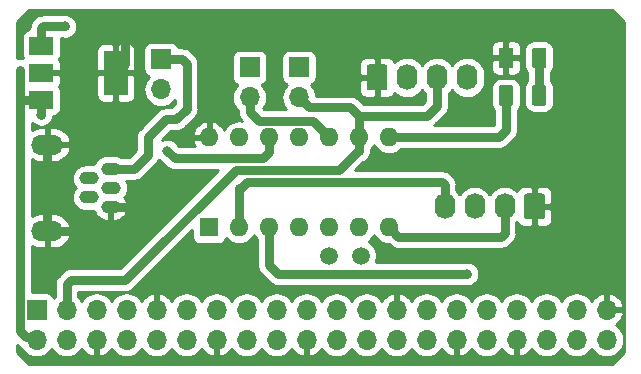
<source format=gbr>
G04 #@! TF.GenerationSoftware,KiCad,Pcbnew,5.1.2-f72e74a~84~ubuntu18.04.1*
G04 #@! TF.CreationDate,2021-05-31T02:13:38+02:00*
G04 #@! TF.ProjectId,USB_I2C_Iface,5553425f-4932-4435-9f49-666163652e6b,rev?*
G04 #@! TF.SameCoordinates,Original*
G04 #@! TF.FileFunction,Copper,L1,Top*
G04 #@! TF.FilePolarity,Positive*
%FSLAX46Y46*%
G04 Gerber Fmt 4.6, Leading zero omitted, Abs format (unit mm)*
G04 Created by KiCad (PCBNEW 5.1.2-f72e74a~84~ubuntu18.04.1) date 2021-05-31 02:13:38*
%MOMM*%
%LPD*%
G04 APERTURE LIST*
%ADD10O,2.700000X1.700000*%
%ADD11O,1.650000X1.100000*%
%ADD12C,0.100000*%
%ADD13C,1.250000*%
%ADD14C,1.500000*%
%ADD15O,1.740000X2.200000*%
%ADD16C,1.740000*%
%ADD17R,1.700000X1.700000*%
%ADD18O,1.700000X1.700000*%
%ADD19R,1.600000X1.600000*%
%ADD20O,1.600000X1.600000*%
%ADD21R,2.000000X3.800000*%
%ADD22R,2.000000X1.500000*%
%ADD23C,0.800000*%
%ADD24C,0.750000*%
%ADD25C,0.254000*%
G04 APERTURE END LIST*
D10*
X49687000Y-52367000D03*
X49687000Y-45067000D03*
D11*
X55037000Y-50317000D03*
X53237000Y-49517000D03*
X55037000Y-48717000D03*
X53237000Y-47917000D03*
X55037000Y-47117000D03*
D12*
G36*
X88915504Y-36845204D02*
G01*
X88939773Y-36848804D01*
X88963571Y-36854765D01*
X88986671Y-36863030D01*
X89008849Y-36873520D01*
X89029893Y-36886133D01*
X89049598Y-36900747D01*
X89067777Y-36917223D01*
X89084253Y-36935402D01*
X89098867Y-36955107D01*
X89111480Y-36976151D01*
X89121970Y-36998329D01*
X89130235Y-37021429D01*
X89136196Y-37045227D01*
X89139796Y-37069496D01*
X89141000Y-37094000D01*
X89141000Y-38344000D01*
X89139796Y-38368504D01*
X89136196Y-38392773D01*
X89130235Y-38416571D01*
X89121970Y-38439671D01*
X89111480Y-38461849D01*
X89098867Y-38482893D01*
X89084253Y-38502598D01*
X89067777Y-38520777D01*
X89049598Y-38537253D01*
X89029893Y-38551867D01*
X89008849Y-38564480D01*
X88986671Y-38574970D01*
X88963571Y-38583235D01*
X88939773Y-38589196D01*
X88915504Y-38592796D01*
X88891000Y-38594000D01*
X88141000Y-38594000D01*
X88116496Y-38592796D01*
X88092227Y-38589196D01*
X88068429Y-38583235D01*
X88045329Y-38574970D01*
X88023151Y-38564480D01*
X88002107Y-38551867D01*
X87982402Y-38537253D01*
X87964223Y-38520777D01*
X87947747Y-38502598D01*
X87933133Y-38482893D01*
X87920520Y-38461849D01*
X87910030Y-38439671D01*
X87901765Y-38416571D01*
X87895804Y-38392773D01*
X87892204Y-38368504D01*
X87891000Y-38344000D01*
X87891000Y-37094000D01*
X87892204Y-37069496D01*
X87895804Y-37045227D01*
X87901765Y-37021429D01*
X87910030Y-36998329D01*
X87920520Y-36976151D01*
X87933133Y-36955107D01*
X87947747Y-36935402D01*
X87964223Y-36917223D01*
X87982402Y-36900747D01*
X88002107Y-36886133D01*
X88023151Y-36873520D01*
X88045329Y-36863030D01*
X88068429Y-36854765D01*
X88092227Y-36848804D01*
X88116496Y-36845204D01*
X88141000Y-36844000D01*
X88891000Y-36844000D01*
X88915504Y-36845204D01*
X88915504Y-36845204D01*
G37*
D13*
X88516000Y-37719000D03*
D12*
G36*
X91715504Y-36845204D02*
G01*
X91739773Y-36848804D01*
X91763571Y-36854765D01*
X91786671Y-36863030D01*
X91808849Y-36873520D01*
X91829893Y-36886133D01*
X91849598Y-36900747D01*
X91867777Y-36917223D01*
X91884253Y-36935402D01*
X91898867Y-36955107D01*
X91911480Y-36976151D01*
X91921970Y-36998329D01*
X91930235Y-37021429D01*
X91936196Y-37045227D01*
X91939796Y-37069496D01*
X91941000Y-37094000D01*
X91941000Y-38344000D01*
X91939796Y-38368504D01*
X91936196Y-38392773D01*
X91930235Y-38416571D01*
X91921970Y-38439671D01*
X91911480Y-38461849D01*
X91898867Y-38482893D01*
X91884253Y-38502598D01*
X91867777Y-38520777D01*
X91849598Y-38537253D01*
X91829893Y-38551867D01*
X91808849Y-38564480D01*
X91786671Y-38574970D01*
X91763571Y-38583235D01*
X91739773Y-38589196D01*
X91715504Y-38592796D01*
X91691000Y-38594000D01*
X90941000Y-38594000D01*
X90916496Y-38592796D01*
X90892227Y-38589196D01*
X90868429Y-38583235D01*
X90845329Y-38574970D01*
X90823151Y-38564480D01*
X90802107Y-38551867D01*
X90782402Y-38537253D01*
X90764223Y-38520777D01*
X90747747Y-38502598D01*
X90733133Y-38482893D01*
X90720520Y-38461849D01*
X90710030Y-38439671D01*
X90701765Y-38416571D01*
X90695804Y-38392773D01*
X90692204Y-38368504D01*
X90691000Y-38344000D01*
X90691000Y-37094000D01*
X90692204Y-37069496D01*
X90695804Y-37045227D01*
X90701765Y-37021429D01*
X90710030Y-36998329D01*
X90720520Y-36976151D01*
X90733133Y-36955107D01*
X90747747Y-36935402D01*
X90764223Y-36917223D01*
X90782402Y-36900747D01*
X90802107Y-36886133D01*
X90823151Y-36873520D01*
X90845329Y-36863030D01*
X90868429Y-36854765D01*
X90892227Y-36848804D01*
X90916496Y-36845204D01*
X90941000Y-36844000D01*
X91691000Y-36844000D01*
X91715504Y-36845204D01*
X91715504Y-36845204D01*
G37*
D13*
X91316000Y-37719000D03*
D14*
X73533000Y-54483000D03*
X76200000Y-54483000D03*
D15*
X83312000Y-50292000D03*
X85852000Y-50292000D03*
X88392000Y-50292000D03*
D12*
G36*
X91576505Y-49193204D02*
G01*
X91600773Y-49196804D01*
X91624572Y-49202765D01*
X91647671Y-49211030D01*
X91669850Y-49221520D01*
X91690893Y-49234132D01*
X91710599Y-49248747D01*
X91728777Y-49265223D01*
X91745253Y-49283401D01*
X91759868Y-49303107D01*
X91772480Y-49324150D01*
X91782970Y-49346329D01*
X91791235Y-49369428D01*
X91797196Y-49393227D01*
X91800796Y-49417495D01*
X91802000Y-49441999D01*
X91802000Y-51142001D01*
X91800796Y-51166505D01*
X91797196Y-51190773D01*
X91791235Y-51214572D01*
X91782970Y-51237671D01*
X91772480Y-51259850D01*
X91759868Y-51280893D01*
X91745253Y-51300599D01*
X91728777Y-51318777D01*
X91710599Y-51335253D01*
X91690893Y-51349868D01*
X91669850Y-51362480D01*
X91647671Y-51372970D01*
X91624572Y-51381235D01*
X91600773Y-51387196D01*
X91576505Y-51390796D01*
X91552001Y-51392000D01*
X90311999Y-51392000D01*
X90287495Y-51390796D01*
X90263227Y-51387196D01*
X90239428Y-51381235D01*
X90216329Y-51372970D01*
X90194150Y-51362480D01*
X90173107Y-51349868D01*
X90153401Y-51335253D01*
X90135223Y-51318777D01*
X90118747Y-51300599D01*
X90104132Y-51280893D01*
X90091520Y-51259850D01*
X90081030Y-51237671D01*
X90072765Y-51214572D01*
X90066804Y-51190773D01*
X90063204Y-51166505D01*
X90062000Y-51142001D01*
X90062000Y-49441999D01*
X90063204Y-49417495D01*
X90066804Y-49393227D01*
X90072765Y-49369428D01*
X90081030Y-49346329D01*
X90091520Y-49324150D01*
X90104132Y-49303107D01*
X90118747Y-49283401D01*
X90135223Y-49265223D01*
X90153401Y-49248747D01*
X90173107Y-49234132D01*
X90194150Y-49221520D01*
X90216329Y-49211030D01*
X90239428Y-49202765D01*
X90263227Y-49196804D01*
X90287495Y-49193204D01*
X90311999Y-49192000D01*
X91552001Y-49192000D01*
X91576505Y-49193204D01*
X91576505Y-49193204D01*
G37*
D16*
X90932000Y-50292000D03*
D12*
G36*
X78241505Y-38271204D02*
G01*
X78265773Y-38274804D01*
X78289572Y-38280765D01*
X78312671Y-38289030D01*
X78334850Y-38299520D01*
X78355893Y-38312132D01*
X78375599Y-38326747D01*
X78393777Y-38343223D01*
X78410253Y-38361401D01*
X78424868Y-38381107D01*
X78437480Y-38402150D01*
X78447970Y-38424329D01*
X78456235Y-38447428D01*
X78462196Y-38471227D01*
X78465796Y-38495495D01*
X78467000Y-38519999D01*
X78467000Y-40220001D01*
X78465796Y-40244505D01*
X78462196Y-40268773D01*
X78456235Y-40292572D01*
X78447970Y-40315671D01*
X78437480Y-40337850D01*
X78424868Y-40358893D01*
X78410253Y-40378599D01*
X78393777Y-40396777D01*
X78375599Y-40413253D01*
X78355893Y-40427868D01*
X78334850Y-40440480D01*
X78312671Y-40450970D01*
X78289572Y-40459235D01*
X78265773Y-40465196D01*
X78241505Y-40468796D01*
X78217001Y-40470000D01*
X76976999Y-40470000D01*
X76952495Y-40468796D01*
X76928227Y-40465196D01*
X76904428Y-40459235D01*
X76881329Y-40450970D01*
X76859150Y-40440480D01*
X76838107Y-40427868D01*
X76818401Y-40413253D01*
X76800223Y-40396777D01*
X76783747Y-40378599D01*
X76769132Y-40358893D01*
X76756520Y-40337850D01*
X76746030Y-40315671D01*
X76737765Y-40292572D01*
X76731804Y-40268773D01*
X76728204Y-40244505D01*
X76727000Y-40220001D01*
X76727000Y-38519999D01*
X76728204Y-38495495D01*
X76731804Y-38471227D01*
X76737765Y-38447428D01*
X76746030Y-38424329D01*
X76756520Y-38402150D01*
X76769132Y-38381107D01*
X76783747Y-38361401D01*
X76800223Y-38343223D01*
X76818401Y-38326747D01*
X76838107Y-38312132D01*
X76859150Y-38299520D01*
X76881329Y-38289030D01*
X76904428Y-38280765D01*
X76928227Y-38274804D01*
X76952495Y-38271204D01*
X76976999Y-38270000D01*
X78217001Y-38270000D01*
X78241505Y-38271204D01*
X78241505Y-38271204D01*
G37*
D16*
X77597000Y-39370000D03*
D15*
X80137000Y-39370000D03*
X82677000Y-39370000D03*
X85217000Y-39370000D03*
D17*
X48768000Y-59055000D03*
D18*
X48768000Y-61595000D03*
X51308000Y-59055000D03*
X51308000Y-61595000D03*
X53848000Y-59055000D03*
X53848000Y-61595000D03*
X56388000Y-59055000D03*
X56388000Y-61595000D03*
X58928000Y-59055000D03*
X58928000Y-61595000D03*
X61468000Y-59055000D03*
X61468000Y-61595000D03*
X64008000Y-59055000D03*
X64008000Y-61595000D03*
X66548000Y-59055000D03*
X66548000Y-61595000D03*
X69088000Y-59055000D03*
X69088000Y-61595000D03*
X71628000Y-59055000D03*
X71628000Y-61595000D03*
X74168000Y-59055000D03*
X74168000Y-61595000D03*
X76708000Y-59055000D03*
X76708000Y-61595000D03*
X79248000Y-59055000D03*
X79248000Y-61595000D03*
X81788000Y-59055000D03*
X81788000Y-61595000D03*
X84328000Y-59055000D03*
X84328000Y-61595000D03*
X86868000Y-59055000D03*
X86868000Y-61595000D03*
X89408000Y-59055000D03*
X89408000Y-61595000D03*
X91948000Y-59055000D03*
X91948000Y-61595000D03*
X94488000Y-59055000D03*
X94488000Y-61595000D03*
X97028000Y-59055000D03*
X97028000Y-61595000D03*
D17*
X59309000Y-37846000D03*
D18*
X59309000Y-40386000D03*
D12*
G36*
X91715504Y-40020204D02*
G01*
X91739773Y-40023804D01*
X91763571Y-40029765D01*
X91786671Y-40038030D01*
X91808849Y-40048520D01*
X91829893Y-40061133D01*
X91849598Y-40075747D01*
X91867777Y-40092223D01*
X91884253Y-40110402D01*
X91898867Y-40130107D01*
X91911480Y-40151151D01*
X91921970Y-40173329D01*
X91930235Y-40196429D01*
X91936196Y-40220227D01*
X91939796Y-40244496D01*
X91941000Y-40269000D01*
X91941000Y-41519000D01*
X91939796Y-41543504D01*
X91936196Y-41567773D01*
X91930235Y-41591571D01*
X91921970Y-41614671D01*
X91911480Y-41636849D01*
X91898867Y-41657893D01*
X91884253Y-41677598D01*
X91867777Y-41695777D01*
X91849598Y-41712253D01*
X91829893Y-41726867D01*
X91808849Y-41739480D01*
X91786671Y-41749970D01*
X91763571Y-41758235D01*
X91739773Y-41764196D01*
X91715504Y-41767796D01*
X91691000Y-41769000D01*
X90941000Y-41769000D01*
X90916496Y-41767796D01*
X90892227Y-41764196D01*
X90868429Y-41758235D01*
X90845329Y-41749970D01*
X90823151Y-41739480D01*
X90802107Y-41726867D01*
X90782402Y-41712253D01*
X90764223Y-41695777D01*
X90747747Y-41677598D01*
X90733133Y-41657893D01*
X90720520Y-41636849D01*
X90710030Y-41614671D01*
X90701765Y-41591571D01*
X90695804Y-41567773D01*
X90692204Y-41543504D01*
X90691000Y-41519000D01*
X90691000Y-40269000D01*
X90692204Y-40244496D01*
X90695804Y-40220227D01*
X90701765Y-40196429D01*
X90710030Y-40173329D01*
X90720520Y-40151151D01*
X90733133Y-40130107D01*
X90747747Y-40110402D01*
X90764223Y-40092223D01*
X90782402Y-40075747D01*
X90802107Y-40061133D01*
X90823151Y-40048520D01*
X90845329Y-40038030D01*
X90868429Y-40029765D01*
X90892227Y-40023804D01*
X90916496Y-40020204D01*
X90941000Y-40019000D01*
X91691000Y-40019000D01*
X91715504Y-40020204D01*
X91715504Y-40020204D01*
G37*
D13*
X91316000Y-40894000D03*
D12*
G36*
X88915504Y-40020204D02*
G01*
X88939773Y-40023804D01*
X88963571Y-40029765D01*
X88986671Y-40038030D01*
X89008849Y-40048520D01*
X89029893Y-40061133D01*
X89049598Y-40075747D01*
X89067777Y-40092223D01*
X89084253Y-40110402D01*
X89098867Y-40130107D01*
X89111480Y-40151151D01*
X89121970Y-40173329D01*
X89130235Y-40196429D01*
X89136196Y-40220227D01*
X89139796Y-40244496D01*
X89141000Y-40269000D01*
X89141000Y-41519000D01*
X89139796Y-41543504D01*
X89136196Y-41567773D01*
X89130235Y-41591571D01*
X89121970Y-41614671D01*
X89111480Y-41636849D01*
X89098867Y-41657893D01*
X89084253Y-41677598D01*
X89067777Y-41695777D01*
X89049598Y-41712253D01*
X89029893Y-41726867D01*
X89008849Y-41739480D01*
X88986671Y-41749970D01*
X88963571Y-41758235D01*
X88939773Y-41764196D01*
X88915504Y-41767796D01*
X88891000Y-41769000D01*
X88141000Y-41769000D01*
X88116496Y-41767796D01*
X88092227Y-41764196D01*
X88068429Y-41758235D01*
X88045329Y-41749970D01*
X88023151Y-41739480D01*
X88002107Y-41726867D01*
X87982402Y-41712253D01*
X87964223Y-41695777D01*
X87947747Y-41677598D01*
X87933133Y-41657893D01*
X87920520Y-41636849D01*
X87910030Y-41614671D01*
X87901765Y-41591571D01*
X87895804Y-41567773D01*
X87892204Y-41543504D01*
X87891000Y-41519000D01*
X87891000Y-40269000D01*
X87892204Y-40244496D01*
X87895804Y-40220227D01*
X87901765Y-40196429D01*
X87910030Y-40173329D01*
X87920520Y-40151151D01*
X87933133Y-40130107D01*
X87947747Y-40110402D01*
X87964223Y-40092223D01*
X87982402Y-40075747D01*
X88002107Y-40061133D01*
X88023151Y-40048520D01*
X88045329Y-40038030D01*
X88068429Y-40029765D01*
X88092227Y-40023804D01*
X88116496Y-40020204D01*
X88141000Y-40019000D01*
X88891000Y-40019000D01*
X88915504Y-40020204D01*
X88915504Y-40020204D01*
G37*
D13*
X88516000Y-40894000D03*
D19*
X63373000Y-52070000D03*
D20*
X78613000Y-44450000D03*
X65913000Y-52070000D03*
X76073000Y-44450000D03*
X68453000Y-52070000D03*
X73533000Y-44450000D03*
X70993000Y-52070000D03*
X70993000Y-44450000D03*
X73533000Y-52070000D03*
X68453000Y-44450000D03*
X76073000Y-52070000D03*
X65913000Y-44450000D03*
X78613000Y-52070000D03*
X63373000Y-44450000D03*
D21*
X55474000Y-38989000D03*
D22*
X49174000Y-38989000D03*
X49174000Y-41289000D03*
X49174000Y-36689000D03*
D18*
X70993000Y-41068001D03*
D17*
X70993000Y-38528001D03*
X66800001Y-38528001D03*
D18*
X66800001Y-41068001D03*
D23*
X51181000Y-35052000D03*
X56261000Y-36322000D03*
X56261000Y-36322000D03*
X78841600Y-46482000D03*
X76708000Y-46888400D03*
X49784000Y-55753000D03*
X49174000Y-42520000D03*
X59817000Y-45593000D03*
X85217000Y-56007000D03*
D24*
X49174000Y-35189000D02*
X49174000Y-36689000D01*
X49311000Y-35052000D02*
X49174000Y-35189000D01*
X51181000Y-35052000D02*
X49311000Y-35052000D01*
X54737000Y-50317000D02*
X56413000Y-50317000D01*
X56413000Y-50317000D02*
X56642000Y-50546000D01*
X56642000Y-50546000D02*
X56642000Y-52197000D01*
X56472000Y-52367000D02*
X49687000Y-52367000D01*
X56642000Y-52197000D02*
X56472000Y-52367000D01*
X49687000Y-45067000D02*
X49687000Y-52367000D01*
X56261000Y-38202000D02*
X55474000Y-38989000D01*
X56261000Y-36322000D02*
X56261000Y-38202000D01*
X56472000Y-52367000D02*
X56472000Y-52367000D01*
X49174000Y-41289000D02*
X49174000Y-42520000D01*
X47371000Y-41342000D02*
X47424000Y-41289000D01*
X47424000Y-41289000D02*
X49174000Y-41289000D01*
X48514000Y-61341000D02*
X48768000Y-61595000D01*
X47342999Y-60804999D02*
X47879000Y-61341000D01*
X47342999Y-57744999D02*
X47342999Y-60804999D01*
X47879000Y-61341000D02*
X48514000Y-61341000D01*
X47371000Y-38742919D02*
X47371000Y-57716998D01*
X47371000Y-57716998D02*
X47342999Y-57744999D01*
X91316000Y-40894000D02*
X91316000Y-37719000D01*
X54737000Y-47117000D02*
X57023000Y-47117000D01*
X57023000Y-47117000D02*
X58166000Y-45974000D01*
X58166000Y-45974000D02*
X58166000Y-44450000D01*
X58166000Y-44450000D02*
X59690000Y-42926000D01*
X59690000Y-42926000D02*
X60579000Y-42926000D01*
X60579000Y-42926000D02*
X61468000Y-42037000D01*
X61468000Y-42037000D02*
X61468000Y-38227000D01*
X61087000Y-37846000D02*
X59309000Y-37846000D01*
X61468000Y-38227000D02*
X61087000Y-37846000D01*
X67945000Y-46228000D02*
X68453000Y-45720000D01*
X68453000Y-45720000D02*
X68453000Y-44450000D01*
X59817000Y-45593000D02*
X60452000Y-46228000D01*
X60452000Y-46228000D02*
X67945000Y-46228000D01*
X83312000Y-48442000D02*
X83312000Y-50292000D01*
X66548000Y-48260000D02*
X83130000Y-48260000D01*
X66040000Y-48768000D02*
X66548000Y-48260000D01*
X65913000Y-48768000D02*
X66040000Y-48768000D01*
X83130000Y-48260000D02*
X83312000Y-48442000D01*
X65913000Y-52070000D02*
X65913000Y-48768000D01*
X68453000Y-52070000D02*
X68453000Y-53201370D01*
X68453000Y-53201370D02*
X68453000Y-55245000D01*
X68453000Y-55245000D02*
X69215000Y-56007000D01*
X69215000Y-56007000D02*
X85217000Y-56007000D01*
X78613000Y-52070000D02*
X79412999Y-52869999D01*
X79412999Y-52869999D02*
X88100001Y-52869999D01*
X88392000Y-52578000D02*
X88392000Y-50292000D01*
X88100001Y-52869999D02*
X88392000Y-52578000D01*
X72733001Y-43650001D02*
X73533000Y-44450000D01*
X72157999Y-43074999D02*
X72733001Y-43650001D01*
X67604918Y-43074999D02*
X72157999Y-43074999D01*
X66800001Y-42270082D02*
X67604918Y-43074999D01*
X66800001Y-41068001D02*
X66800001Y-42270082D01*
X71842999Y-41918000D02*
X75319000Y-41918000D01*
X70993000Y-41068001D02*
X71842999Y-41918000D01*
X75319000Y-41918000D02*
X76073000Y-42672000D01*
X76073000Y-42672000D02*
X76073000Y-44450000D01*
X81788000Y-42672000D02*
X76073000Y-42672000D01*
X82677000Y-41783000D02*
X81788000Y-42672000D01*
X82677000Y-39370000D02*
X82677000Y-41783000D01*
X51308000Y-56896000D02*
X51308000Y-59055000D01*
X51689000Y-56515000D02*
X51308000Y-56896000D01*
X76073000Y-44450000D02*
X76073000Y-45581370D01*
X76061370Y-45593000D02*
X75946000Y-45593000D01*
X74360990Y-47178010D02*
X65629988Y-47178010D01*
X75946000Y-45593000D02*
X74360990Y-47178010D01*
X56292998Y-56515000D02*
X51689000Y-56515000D01*
X76073000Y-45581370D02*
X76061370Y-45593000D01*
X65629988Y-47178010D02*
X56292998Y-56515000D01*
X78613000Y-44450000D02*
X87884000Y-44450000D01*
X88516000Y-43818000D02*
X88516000Y-40894000D01*
X87884000Y-44450000D02*
X88516000Y-43818000D01*
D25*
G36*
X98527000Y-34690381D02*
G01*
X98527001Y-62591618D01*
X97516620Y-63602000D01*
X48152381Y-63602000D01*
X47142000Y-62591620D01*
X47142000Y-62035034D01*
X47161367Y-62058633D01*
X47315160Y-62184847D01*
X47433173Y-62247926D01*
X47527294Y-62424014D01*
X47712866Y-62650134D01*
X47938986Y-62835706D01*
X48196966Y-62973599D01*
X48476889Y-63058513D01*
X48695050Y-63080000D01*
X48840950Y-63080000D01*
X49059111Y-63058513D01*
X49339034Y-62973599D01*
X49597014Y-62835706D01*
X49823134Y-62650134D01*
X50008706Y-62424014D01*
X50038000Y-62369209D01*
X50067294Y-62424014D01*
X50252866Y-62650134D01*
X50478986Y-62835706D01*
X50736966Y-62973599D01*
X51016889Y-63058513D01*
X51235050Y-63080000D01*
X51380950Y-63080000D01*
X51599111Y-63058513D01*
X51879034Y-62973599D01*
X52137014Y-62835706D01*
X52363134Y-62650134D01*
X52548706Y-62424014D01*
X52583201Y-62359477D01*
X52652822Y-62476355D01*
X52847731Y-62692588D01*
X53081080Y-62866641D01*
X53343901Y-62991825D01*
X53491110Y-63036476D01*
X53721000Y-62915155D01*
X53721000Y-61722000D01*
X53701000Y-61722000D01*
X53701000Y-61468000D01*
X53721000Y-61468000D01*
X53721000Y-61448000D01*
X53975000Y-61448000D01*
X53975000Y-61468000D01*
X53995000Y-61468000D01*
X53995000Y-61722000D01*
X53975000Y-61722000D01*
X53975000Y-62915155D01*
X54204890Y-63036476D01*
X54352099Y-62991825D01*
X54614920Y-62866641D01*
X54848269Y-62692588D01*
X55043178Y-62476355D01*
X55112799Y-62359477D01*
X55147294Y-62424014D01*
X55332866Y-62650134D01*
X55558986Y-62835706D01*
X55816966Y-62973599D01*
X56096889Y-63058513D01*
X56315050Y-63080000D01*
X56460950Y-63080000D01*
X56679111Y-63058513D01*
X56959034Y-62973599D01*
X57217014Y-62835706D01*
X57443134Y-62650134D01*
X57628706Y-62424014D01*
X57658000Y-62369209D01*
X57687294Y-62424014D01*
X57872866Y-62650134D01*
X58098986Y-62835706D01*
X58356966Y-62973599D01*
X58636889Y-63058513D01*
X58855050Y-63080000D01*
X59000950Y-63080000D01*
X59219111Y-63058513D01*
X59499034Y-62973599D01*
X59757014Y-62835706D01*
X59983134Y-62650134D01*
X60168706Y-62424014D01*
X60198000Y-62369209D01*
X60227294Y-62424014D01*
X60412866Y-62650134D01*
X60638986Y-62835706D01*
X60896966Y-62973599D01*
X61176889Y-63058513D01*
X61395050Y-63080000D01*
X61540950Y-63080000D01*
X61759111Y-63058513D01*
X62039034Y-62973599D01*
X62297014Y-62835706D01*
X62523134Y-62650134D01*
X62708706Y-62424014D01*
X62743201Y-62359477D01*
X62812822Y-62476355D01*
X63007731Y-62692588D01*
X63241080Y-62866641D01*
X63503901Y-62991825D01*
X63651110Y-63036476D01*
X63881000Y-62915155D01*
X63881000Y-61722000D01*
X63861000Y-61722000D01*
X63861000Y-61468000D01*
X63881000Y-61468000D01*
X63881000Y-61448000D01*
X64135000Y-61448000D01*
X64135000Y-61468000D01*
X64155000Y-61468000D01*
X64155000Y-61722000D01*
X64135000Y-61722000D01*
X64135000Y-62915155D01*
X64364890Y-63036476D01*
X64512099Y-62991825D01*
X64774920Y-62866641D01*
X65008269Y-62692588D01*
X65203178Y-62476355D01*
X65272799Y-62359477D01*
X65307294Y-62424014D01*
X65492866Y-62650134D01*
X65718986Y-62835706D01*
X65976966Y-62973599D01*
X66256889Y-63058513D01*
X66475050Y-63080000D01*
X66620950Y-63080000D01*
X66839111Y-63058513D01*
X67119034Y-62973599D01*
X67377014Y-62835706D01*
X67603134Y-62650134D01*
X67788706Y-62424014D01*
X67818000Y-62369209D01*
X67847294Y-62424014D01*
X68032866Y-62650134D01*
X68258986Y-62835706D01*
X68516966Y-62973599D01*
X68796889Y-63058513D01*
X69015050Y-63080000D01*
X69160950Y-63080000D01*
X69379111Y-63058513D01*
X69659034Y-62973599D01*
X69917014Y-62835706D01*
X70143134Y-62650134D01*
X70328706Y-62424014D01*
X70363201Y-62359477D01*
X70432822Y-62476355D01*
X70627731Y-62692588D01*
X70861080Y-62866641D01*
X71123901Y-62991825D01*
X71271110Y-63036476D01*
X71501000Y-62915155D01*
X71501000Y-61722000D01*
X71481000Y-61722000D01*
X71481000Y-61468000D01*
X71501000Y-61468000D01*
X71501000Y-61448000D01*
X71755000Y-61448000D01*
X71755000Y-61468000D01*
X71775000Y-61468000D01*
X71775000Y-61722000D01*
X71755000Y-61722000D01*
X71755000Y-62915155D01*
X71984890Y-63036476D01*
X72132099Y-62991825D01*
X72394920Y-62866641D01*
X72628269Y-62692588D01*
X72823178Y-62476355D01*
X72892799Y-62359477D01*
X72927294Y-62424014D01*
X73112866Y-62650134D01*
X73338986Y-62835706D01*
X73596966Y-62973599D01*
X73876889Y-63058513D01*
X74095050Y-63080000D01*
X74240950Y-63080000D01*
X74459111Y-63058513D01*
X74739034Y-62973599D01*
X74997014Y-62835706D01*
X75223134Y-62650134D01*
X75408706Y-62424014D01*
X75438000Y-62369209D01*
X75467294Y-62424014D01*
X75652866Y-62650134D01*
X75878986Y-62835706D01*
X76136966Y-62973599D01*
X76416889Y-63058513D01*
X76635050Y-63080000D01*
X76780950Y-63080000D01*
X76999111Y-63058513D01*
X77279034Y-62973599D01*
X77537014Y-62835706D01*
X77763134Y-62650134D01*
X77948706Y-62424014D01*
X77978000Y-62369209D01*
X78007294Y-62424014D01*
X78192866Y-62650134D01*
X78418986Y-62835706D01*
X78676966Y-62973599D01*
X78956889Y-63058513D01*
X79175050Y-63080000D01*
X79320950Y-63080000D01*
X79539111Y-63058513D01*
X79819034Y-62973599D01*
X80077014Y-62835706D01*
X80303134Y-62650134D01*
X80488706Y-62424014D01*
X80518000Y-62369209D01*
X80547294Y-62424014D01*
X80732866Y-62650134D01*
X80958986Y-62835706D01*
X81216966Y-62973599D01*
X81496889Y-63058513D01*
X81715050Y-63080000D01*
X81860950Y-63080000D01*
X82079111Y-63058513D01*
X82359034Y-62973599D01*
X82617014Y-62835706D01*
X82843134Y-62650134D01*
X83028706Y-62424014D01*
X83063201Y-62359477D01*
X83132822Y-62476355D01*
X83327731Y-62692588D01*
X83561080Y-62866641D01*
X83823901Y-62991825D01*
X83971110Y-63036476D01*
X84201000Y-62915155D01*
X84201000Y-61722000D01*
X84181000Y-61722000D01*
X84181000Y-61468000D01*
X84201000Y-61468000D01*
X84201000Y-61448000D01*
X84455000Y-61448000D01*
X84455000Y-61468000D01*
X84475000Y-61468000D01*
X84475000Y-61722000D01*
X84455000Y-61722000D01*
X84455000Y-62915155D01*
X84684890Y-63036476D01*
X84832099Y-62991825D01*
X85094920Y-62866641D01*
X85328269Y-62692588D01*
X85523178Y-62476355D01*
X85592799Y-62359477D01*
X85627294Y-62424014D01*
X85812866Y-62650134D01*
X86038986Y-62835706D01*
X86296966Y-62973599D01*
X86576889Y-63058513D01*
X86795050Y-63080000D01*
X86940950Y-63080000D01*
X87159111Y-63058513D01*
X87439034Y-62973599D01*
X87697014Y-62835706D01*
X87923134Y-62650134D01*
X88108706Y-62424014D01*
X88143201Y-62359477D01*
X88212822Y-62476355D01*
X88407731Y-62692588D01*
X88641080Y-62866641D01*
X88903901Y-62991825D01*
X89051110Y-63036476D01*
X89281000Y-62915155D01*
X89281000Y-61722000D01*
X89261000Y-61722000D01*
X89261000Y-61468000D01*
X89281000Y-61468000D01*
X89281000Y-61448000D01*
X89535000Y-61448000D01*
X89535000Y-61468000D01*
X89555000Y-61468000D01*
X89555000Y-61722000D01*
X89535000Y-61722000D01*
X89535000Y-62915155D01*
X89764890Y-63036476D01*
X89912099Y-62991825D01*
X90174920Y-62866641D01*
X90408269Y-62692588D01*
X90603178Y-62476355D01*
X90672799Y-62359477D01*
X90707294Y-62424014D01*
X90892866Y-62650134D01*
X91118986Y-62835706D01*
X91376966Y-62973599D01*
X91656889Y-63058513D01*
X91875050Y-63080000D01*
X92020950Y-63080000D01*
X92239111Y-63058513D01*
X92519034Y-62973599D01*
X92777014Y-62835706D01*
X93003134Y-62650134D01*
X93188706Y-62424014D01*
X93218000Y-62369209D01*
X93247294Y-62424014D01*
X93432866Y-62650134D01*
X93658986Y-62835706D01*
X93916966Y-62973599D01*
X94196889Y-63058513D01*
X94415050Y-63080000D01*
X94560950Y-63080000D01*
X94779111Y-63058513D01*
X95059034Y-62973599D01*
X95317014Y-62835706D01*
X95543134Y-62650134D01*
X95728706Y-62424014D01*
X95758000Y-62369209D01*
X95787294Y-62424014D01*
X95972866Y-62650134D01*
X96198986Y-62835706D01*
X96456966Y-62973599D01*
X96736889Y-63058513D01*
X96955050Y-63080000D01*
X97100950Y-63080000D01*
X97319111Y-63058513D01*
X97599034Y-62973599D01*
X97857014Y-62835706D01*
X98083134Y-62650134D01*
X98268706Y-62424014D01*
X98406599Y-62166034D01*
X98491513Y-61886111D01*
X98520185Y-61595000D01*
X98491513Y-61303889D01*
X98406599Y-61023966D01*
X98268706Y-60765986D01*
X98083134Y-60539866D01*
X97857014Y-60354294D01*
X97799244Y-60323416D01*
X98028269Y-60152588D01*
X98223178Y-59936355D01*
X98372157Y-59686252D01*
X98469481Y-59411891D01*
X98348814Y-59182000D01*
X97155000Y-59182000D01*
X97155000Y-59202000D01*
X96901000Y-59202000D01*
X96901000Y-59182000D01*
X96881000Y-59182000D01*
X96881000Y-58928000D01*
X96901000Y-58928000D01*
X96901000Y-57734845D01*
X97155000Y-57734845D01*
X97155000Y-58928000D01*
X98348814Y-58928000D01*
X98469481Y-58698109D01*
X98372157Y-58423748D01*
X98223178Y-58173645D01*
X98028269Y-57957412D01*
X97794920Y-57783359D01*
X97532099Y-57658175D01*
X97384890Y-57613524D01*
X97155000Y-57734845D01*
X96901000Y-57734845D01*
X96671110Y-57613524D01*
X96523901Y-57658175D01*
X96261080Y-57783359D01*
X96027731Y-57957412D01*
X95832822Y-58173645D01*
X95763201Y-58290523D01*
X95728706Y-58225986D01*
X95543134Y-57999866D01*
X95317014Y-57814294D01*
X95059034Y-57676401D01*
X94779111Y-57591487D01*
X94560950Y-57570000D01*
X94415050Y-57570000D01*
X94196889Y-57591487D01*
X93916966Y-57676401D01*
X93658986Y-57814294D01*
X93432866Y-57999866D01*
X93247294Y-58225986D01*
X93218000Y-58280791D01*
X93188706Y-58225986D01*
X93003134Y-57999866D01*
X92777014Y-57814294D01*
X92519034Y-57676401D01*
X92239111Y-57591487D01*
X92020950Y-57570000D01*
X91875050Y-57570000D01*
X91656889Y-57591487D01*
X91376966Y-57676401D01*
X91118986Y-57814294D01*
X90892866Y-57999866D01*
X90707294Y-58225986D01*
X90678000Y-58280791D01*
X90648706Y-58225986D01*
X90463134Y-57999866D01*
X90237014Y-57814294D01*
X89979034Y-57676401D01*
X89699111Y-57591487D01*
X89480950Y-57570000D01*
X89335050Y-57570000D01*
X89116889Y-57591487D01*
X88836966Y-57676401D01*
X88578986Y-57814294D01*
X88352866Y-57999866D01*
X88167294Y-58225986D01*
X88138000Y-58280791D01*
X88108706Y-58225986D01*
X87923134Y-57999866D01*
X87697014Y-57814294D01*
X87439034Y-57676401D01*
X87159111Y-57591487D01*
X86940950Y-57570000D01*
X86795050Y-57570000D01*
X86576889Y-57591487D01*
X86296966Y-57676401D01*
X86038986Y-57814294D01*
X85812866Y-57999866D01*
X85627294Y-58225986D01*
X85598000Y-58280791D01*
X85568706Y-58225986D01*
X85383134Y-57999866D01*
X85157014Y-57814294D01*
X84899034Y-57676401D01*
X84619111Y-57591487D01*
X84400950Y-57570000D01*
X84255050Y-57570000D01*
X84036889Y-57591487D01*
X83756966Y-57676401D01*
X83498986Y-57814294D01*
X83272866Y-57999866D01*
X83087294Y-58225986D01*
X83058000Y-58280791D01*
X83028706Y-58225986D01*
X82843134Y-57999866D01*
X82617014Y-57814294D01*
X82359034Y-57676401D01*
X82079111Y-57591487D01*
X81860950Y-57570000D01*
X81715050Y-57570000D01*
X81496889Y-57591487D01*
X81216966Y-57676401D01*
X80958986Y-57814294D01*
X80732866Y-57999866D01*
X80547294Y-58225986D01*
X80512799Y-58290523D01*
X80443178Y-58173645D01*
X80248269Y-57957412D01*
X80014920Y-57783359D01*
X79752099Y-57658175D01*
X79604890Y-57613524D01*
X79375000Y-57734845D01*
X79375000Y-58928000D01*
X79395000Y-58928000D01*
X79395000Y-59182000D01*
X79375000Y-59182000D01*
X79375000Y-59202000D01*
X79121000Y-59202000D01*
X79121000Y-59182000D01*
X79101000Y-59182000D01*
X79101000Y-58928000D01*
X79121000Y-58928000D01*
X79121000Y-57734845D01*
X78891110Y-57613524D01*
X78743901Y-57658175D01*
X78481080Y-57783359D01*
X78247731Y-57957412D01*
X78052822Y-58173645D01*
X77983201Y-58290523D01*
X77948706Y-58225986D01*
X77763134Y-57999866D01*
X77537014Y-57814294D01*
X77279034Y-57676401D01*
X76999111Y-57591487D01*
X76780950Y-57570000D01*
X76635050Y-57570000D01*
X76416889Y-57591487D01*
X76136966Y-57676401D01*
X75878986Y-57814294D01*
X75652866Y-57999866D01*
X75467294Y-58225986D01*
X75438000Y-58280791D01*
X75408706Y-58225986D01*
X75223134Y-57999866D01*
X74997014Y-57814294D01*
X74739034Y-57676401D01*
X74459111Y-57591487D01*
X74240950Y-57570000D01*
X74095050Y-57570000D01*
X73876889Y-57591487D01*
X73596966Y-57676401D01*
X73338986Y-57814294D01*
X73112866Y-57999866D01*
X72927294Y-58225986D01*
X72898000Y-58280791D01*
X72868706Y-58225986D01*
X72683134Y-57999866D01*
X72457014Y-57814294D01*
X72199034Y-57676401D01*
X71919111Y-57591487D01*
X71700950Y-57570000D01*
X71555050Y-57570000D01*
X71336889Y-57591487D01*
X71056966Y-57676401D01*
X70798986Y-57814294D01*
X70572866Y-57999866D01*
X70387294Y-58225986D01*
X70358000Y-58280791D01*
X70328706Y-58225986D01*
X70143134Y-57999866D01*
X69917014Y-57814294D01*
X69659034Y-57676401D01*
X69379111Y-57591487D01*
X69160950Y-57570000D01*
X69015050Y-57570000D01*
X68796889Y-57591487D01*
X68516966Y-57676401D01*
X68258986Y-57814294D01*
X68032866Y-57999866D01*
X67847294Y-58225986D01*
X67818000Y-58280791D01*
X67788706Y-58225986D01*
X67603134Y-57999866D01*
X67377014Y-57814294D01*
X67119034Y-57676401D01*
X66839111Y-57591487D01*
X66620950Y-57570000D01*
X66475050Y-57570000D01*
X66256889Y-57591487D01*
X65976966Y-57676401D01*
X65718986Y-57814294D01*
X65492866Y-57999866D01*
X65307294Y-58225986D01*
X65278000Y-58280791D01*
X65248706Y-58225986D01*
X65063134Y-57999866D01*
X64837014Y-57814294D01*
X64579034Y-57676401D01*
X64299111Y-57591487D01*
X64080950Y-57570000D01*
X63935050Y-57570000D01*
X63716889Y-57591487D01*
X63436966Y-57676401D01*
X63178986Y-57814294D01*
X62952866Y-57999866D01*
X62767294Y-58225986D01*
X62738000Y-58280791D01*
X62708706Y-58225986D01*
X62523134Y-57999866D01*
X62297014Y-57814294D01*
X62039034Y-57676401D01*
X61759111Y-57591487D01*
X61540950Y-57570000D01*
X61395050Y-57570000D01*
X61176889Y-57591487D01*
X60896966Y-57676401D01*
X60638986Y-57814294D01*
X60412866Y-57999866D01*
X60227294Y-58225986D01*
X60192799Y-58290523D01*
X60123178Y-58173645D01*
X59928269Y-57957412D01*
X59694920Y-57783359D01*
X59432099Y-57658175D01*
X59284890Y-57613524D01*
X59055000Y-57734845D01*
X59055000Y-58928000D01*
X59075000Y-58928000D01*
X59075000Y-59182000D01*
X59055000Y-59182000D01*
X59055000Y-59202000D01*
X58801000Y-59202000D01*
X58801000Y-59182000D01*
X58781000Y-59182000D01*
X58781000Y-58928000D01*
X58801000Y-58928000D01*
X58801000Y-57734845D01*
X58571110Y-57613524D01*
X58423901Y-57658175D01*
X58161080Y-57783359D01*
X57927731Y-57957412D01*
X57732822Y-58173645D01*
X57663201Y-58290523D01*
X57628706Y-58225986D01*
X57443134Y-57999866D01*
X57217014Y-57814294D01*
X56959034Y-57676401D01*
X56679111Y-57591487D01*
X56460950Y-57570000D01*
X56315050Y-57570000D01*
X56096889Y-57591487D01*
X55816966Y-57676401D01*
X55558986Y-57814294D01*
X55332866Y-57999866D01*
X55147294Y-58225986D01*
X55118000Y-58280791D01*
X55088706Y-58225986D01*
X54903134Y-57999866D01*
X54677014Y-57814294D01*
X54419034Y-57676401D01*
X54139111Y-57591487D01*
X53920950Y-57570000D01*
X53775050Y-57570000D01*
X53556889Y-57591487D01*
X53276966Y-57676401D01*
X53018986Y-57814294D01*
X52792866Y-57999866D01*
X52607294Y-58225986D01*
X52578000Y-58280791D01*
X52548706Y-58225986D01*
X52363134Y-57999866D01*
X52318000Y-57962825D01*
X52318000Y-57525000D01*
X56243390Y-57525000D01*
X56292998Y-57529886D01*
X56490992Y-57510385D01*
X56657616Y-57459840D01*
X56681378Y-57452632D01*
X56856838Y-57358847D01*
X57010631Y-57232633D01*
X57042259Y-57194094D01*
X61934928Y-52301426D01*
X61934928Y-52870000D01*
X61947188Y-52994482D01*
X61983498Y-53114180D01*
X62042463Y-53224494D01*
X62121815Y-53321185D01*
X62218506Y-53400537D01*
X62328820Y-53459502D01*
X62448518Y-53495812D01*
X62573000Y-53508072D01*
X64173000Y-53508072D01*
X64297482Y-53495812D01*
X64417180Y-53459502D01*
X64527494Y-53400537D01*
X64624185Y-53321185D01*
X64703537Y-53224494D01*
X64762502Y-53114180D01*
X64798812Y-52994482D01*
X64800581Y-52976518D01*
X64893392Y-53089608D01*
X65111899Y-53268932D01*
X65361192Y-53402182D01*
X65631691Y-53484236D01*
X65842508Y-53505000D01*
X65983492Y-53505000D01*
X66194309Y-53484236D01*
X66464808Y-53402182D01*
X66714101Y-53268932D01*
X66932608Y-53089608D01*
X67111932Y-52871101D01*
X67183000Y-52738142D01*
X67254068Y-52871101D01*
X67433392Y-53089608D01*
X67443001Y-53097494D01*
X67443001Y-53151754D01*
X67443000Y-53151763D01*
X67443001Y-55195383D01*
X67438114Y-55245000D01*
X67457615Y-55442994D01*
X67515368Y-55633379D01*
X67553705Y-55705102D01*
X67609154Y-55808840D01*
X67735368Y-55962633D01*
X67773901Y-55994256D01*
X68465743Y-56686099D01*
X68497367Y-56724633D01*
X68651160Y-56850847D01*
X68749441Y-56903379D01*
X68826620Y-56944632D01*
X69017005Y-57002385D01*
X69215000Y-57021886D01*
X69264608Y-57017000D01*
X84989377Y-57017000D01*
X85115061Y-57042000D01*
X85318939Y-57042000D01*
X85518898Y-57002226D01*
X85707256Y-56924205D01*
X85876774Y-56810937D01*
X86020937Y-56666774D01*
X86134205Y-56497256D01*
X86212226Y-56308898D01*
X86252000Y-56108939D01*
X86252000Y-55905061D01*
X86212226Y-55705102D01*
X86134205Y-55516744D01*
X86020937Y-55347226D01*
X85876774Y-55203063D01*
X85707256Y-55089795D01*
X85518898Y-55011774D01*
X85318939Y-54972000D01*
X85115061Y-54972000D01*
X84989377Y-54997000D01*
X77486207Y-54997000D01*
X77531775Y-54886989D01*
X77585000Y-54619411D01*
X77585000Y-54346589D01*
X77531775Y-54079011D01*
X77427371Y-53826957D01*
X77275799Y-53600114D01*
X77082886Y-53407201D01*
X76874932Y-53268250D01*
X77092608Y-53089608D01*
X77271932Y-52871101D01*
X77343000Y-52738142D01*
X77414068Y-52871101D01*
X77593392Y-53089608D01*
X77811899Y-53268932D01*
X78061192Y-53402182D01*
X78331691Y-53484236D01*
X78542508Y-53505000D01*
X78619644Y-53505000D01*
X78663742Y-53549098D01*
X78695366Y-53587632D01*
X78849159Y-53713846D01*
X79024619Y-53807631D01*
X79215005Y-53865384D01*
X79363391Y-53879999D01*
X79363393Y-53879999D01*
X79412998Y-53884885D01*
X79462603Y-53879999D01*
X88050393Y-53879999D01*
X88100001Y-53884885D01*
X88297995Y-53865384D01*
X88342116Y-53852000D01*
X88488381Y-53807631D01*
X88663841Y-53713846D01*
X88817634Y-53587632D01*
X88849262Y-53549093D01*
X89071094Y-53327261D01*
X89109633Y-53295633D01*
X89235847Y-53141840D01*
X89329632Y-52966380D01*
X89376162Y-52812991D01*
X89387385Y-52775995D01*
X89406886Y-52578000D01*
X89402000Y-52528392D01*
X89402000Y-51640048D01*
X89459385Y-51592953D01*
X89472498Y-51636180D01*
X89531463Y-51746494D01*
X89610815Y-51843185D01*
X89707506Y-51922537D01*
X89817820Y-51981502D01*
X89937518Y-52017812D01*
X90062000Y-52030072D01*
X90646250Y-52027000D01*
X90805000Y-51868250D01*
X90805000Y-50419000D01*
X91059000Y-50419000D01*
X91059000Y-51868250D01*
X91217750Y-52027000D01*
X91802000Y-52030072D01*
X91926482Y-52017812D01*
X92046180Y-51981502D01*
X92156494Y-51922537D01*
X92253185Y-51843185D01*
X92332537Y-51746494D01*
X92391502Y-51636180D01*
X92427812Y-51516482D01*
X92440072Y-51392000D01*
X92437000Y-50577750D01*
X92278250Y-50419000D01*
X91059000Y-50419000D01*
X90805000Y-50419000D01*
X90785000Y-50419000D01*
X90785000Y-50165000D01*
X90805000Y-50165000D01*
X90805000Y-48715750D01*
X91059000Y-48715750D01*
X91059000Y-50165000D01*
X92278250Y-50165000D01*
X92437000Y-50006250D01*
X92440072Y-49192000D01*
X92427812Y-49067518D01*
X92391502Y-48947820D01*
X92332537Y-48837506D01*
X92253185Y-48740815D01*
X92156494Y-48661463D01*
X92046180Y-48602498D01*
X91926482Y-48566188D01*
X91802000Y-48553928D01*
X91217750Y-48557000D01*
X91059000Y-48715750D01*
X90805000Y-48715750D01*
X90646250Y-48557000D01*
X90062000Y-48553928D01*
X89937518Y-48566188D01*
X89817820Y-48602498D01*
X89707506Y-48661463D01*
X89610815Y-48740815D01*
X89531463Y-48837506D01*
X89472498Y-48947820D01*
X89459385Y-48991047D01*
X89232179Y-48804583D01*
X88970725Y-48664834D01*
X88687032Y-48578776D01*
X88392000Y-48549718D01*
X88096969Y-48578776D01*
X87813276Y-48664834D01*
X87551822Y-48804583D01*
X87322655Y-48992655D01*
X87134583Y-49221821D01*
X87122000Y-49245362D01*
X87109417Y-49221821D01*
X86921345Y-48992655D01*
X86692179Y-48804583D01*
X86430725Y-48664834D01*
X86147032Y-48578776D01*
X85852000Y-48549718D01*
X85556969Y-48578776D01*
X85273276Y-48664834D01*
X85011822Y-48804583D01*
X84782655Y-48992655D01*
X84594583Y-49221821D01*
X84582000Y-49245362D01*
X84569417Y-49221821D01*
X84381345Y-48992655D01*
X84322000Y-48943952D01*
X84322000Y-48491608D01*
X84326886Y-48442000D01*
X84307385Y-48244006D01*
X84273374Y-48131886D01*
X84249632Y-48053620D01*
X84155847Y-47878160D01*
X84029633Y-47724367D01*
X83991094Y-47692739D01*
X83879261Y-47580906D01*
X83847633Y-47542367D01*
X83693840Y-47416153D01*
X83518380Y-47322368D01*
X83327994Y-47264615D01*
X83179608Y-47250000D01*
X83130000Y-47245114D01*
X83080392Y-47250000D01*
X75717355Y-47250000D01*
X76431052Y-46536304D01*
X76449750Y-46530632D01*
X76625210Y-46436847D01*
X76779003Y-46310633D01*
X76784245Y-46304245D01*
X76790633Y-46299003D01*
X76916847Y-46145210D01*
X77010632Y-45969750D01*
X77068385Y-45779364D01*
X77083000Y-45630978D01*
X77083000Y-45630976D01*
X77087886Y-45581371D01*
X77083000Y-45531766D01*
X77083000Y-45477493D01*
X77092608Y-45469608D01*
X77271932Y-45251101D01*
X77343000Y-45118142D01*
X77414068Y-45251101D01*
X77593392Y-45469608D01*
X77811899Y-45648932D01*
X78061192Y-45782182D01*
X78331691Y-45864236D01*
X78542508Y-45885000D01*
X78683492Y-45885000D01*
X78894309Y-45864236D01*
X79164808Y-45782182D01*
X79414101Y-45648932D01*
X79632608Y-45469608D01*
X79640493Y-45460000D01*
X87834392Y-45460000D01*
X87884000Y-45464886D01*
X88081994Y-45445385D01*
X88198115Y-45410160D01*
X88272380Y-45387632D01*
X88447840Y-45293847D01*
X88601633Y-45167633D01*
X88633261Y-45129094D01*
X89195094Y-44567261D01*
X89233633Y-44535633D01*
X89359847Y-44381840D01*
X89453632Y-44206380D01*
X89485611Y-44100960D01*
X89511385Y-44015995D01*
X89530886Y-43818000D01*
X89526000Y-43768392D01*
X89526000Y-42138386D01*
X89629405Y-42012386D01*
X89711472Y-41858850D01*
X89762008Y-41692254D01*
X89779072Y-41519000D01*
X89779072Y-40269000D01*
X89762008Y-40095746D01*
X89711472Y-39929150D01*
X89629405Y-39775614D01*
X89518962Y-39641038D01*
X89384386Y-39530595D01*
X89230850Y-39448528D01*
X89064254Y-39397992D01*
X88891000Y-39380928D01*
X88141000Y-39380928D01*
X87967746Y-39397992D01*
X87801150Y-39448528D01*
X87647614Y-39530595D01*
X87513038Y-39641038D01*
X87402595Y-39775614D01*
X87320528Y-39929150D01*
X87269992Y-40095746D01*
X87252928Y-40269000D01*
X87252928Y-41519000D01*
X87269992Y-41692254D01*
X87320528Y-41858850D01*
X87402595Y-42012386D01*
X87506001Y-42138387D01*
X87506000Y-43399645D01*
X87465645Y-43440000D01*
X82444260Y-43440000D01*
X82505633Y-43389633D01*
X82537261Y-43351095D01*
X83356099Y-42532257D01*
X83394633Y-42500633D01*
X83520847Y-42346840D01*
X83614632Y-42171380D01*
X83640348Y-42086607D01*
X83672385Y-41980995D01*
X83691886Y-41783000D01*
X83687000Y-41733392D01*
X83687000Y-40718048D01*
X83746345Y-40669345D01*
X83934417Y-40440179D01*
X83947000Y-40416638D01*
X83959583Y-40440179D01*
X84147655Y-40669345D01*
X84376822Y-40857417D01*
X84638276Y-40997166D01*
X84921969Y-41083224D01*
X85217000Y-41112282D01*
X85512032Y-41083224D01*
X85795725Y-40997166D01*
X86057179Y-40857417D01*
X86286345Y-40669345D01*
X86474417Y-40440179D01*
X86614166Y-40178724D01*
X86700224Y-39895031D01*
X86722000Y-39673935D01*
X86722000Y-39066064D01*
X86700224Y-38844968D01*
X86624094Y-38594000D01*
X87252928Y-38594000D01*
X87265188Y-38718482D01*
X87301498Y-38838180D01*
X87360463Y-38948494D01*
X87439815Y-39045185D01*
X87536506Y-39124537D01*
X87646820Y-39183502D01*
X87766518Y-39219812D01*
X87891000Y-39232072D01*
X88230250Y-39229000D01*
X88389000Y-39070250D01*
X88389000Y-37846000D01*
X88643000Y-37846000D01*
X88643000Y-39070250D01*
X88801750Y-39229000D01*
X89141000Y-39232072D01*
X89265482Y-39219812D01*
X89385180Y-39183502D01*
X89495494Y-39124537D01*
X89592185Y-39045185D01*
X89671537Y-38948494D01*
X89730502Y-38838180D01*
X89766812Y-38718482D01*
X89779072Y-38594000D01*
X89776000Y-38004750D01*
X89617250Y-37846000D01*
X88643000Y-37846000D01*
X88389000Y-37846000D01*
X87414750Y-37846000D01*
X87256000Y-38004750D01*
X87252928Y-38594000D01*
X86624094Y-38594000D01*
X86614166Y-38561275D01*
X86474417Y-38299821D01*
X86286345Y-38070655D01*
X86057178Y-37882583D01*
X85795724Y-37742834D01*
X85512031Y-37656776D01*
X85217000Y-37627718D01*
X84921968Y-37656776D01*
X84638275Y-37742834D01*
X84376821Y-37882583D01*
X84147655Y-38070655D01*
X83959583Y-38299822D01*
X83947000Y-38323363D01*
X83934417Y-38299821D01*
X83746345Y-38070655D01*
X83517178Y-37882583D01*
X83255724Y-37742834D01*
X82972031Y-37656776D01*
X82677000Y-37627718D01*
X82381968Y-37656776D01*
X82098275Y-37742834D01*
X81836821Y-37882583D01*
X81607655Y-38070655D01*
X81419583Y-38299822D01*
X81407000Y-38323363D01*
X81394417Y-38299821D01*
X81206345Y-38070655D01*
X80977178Y-37882583D01*
X80715724Y-37742834D01*
X80432031Y-37656776D01*
X80137000Y-37627718D01*
X79841968Y-37656776D01*
X79558275Y-37742834D01*
X79296821Y-37882583D01*
X79069615Y-38069047D01*
X79056502Y-38025820D01*
X78997537Y-37915506D01*
X78918185Y-37818815D01*
X78821494Y-37739463D01*
X78711180Y-37680498D01*
X78591482Y-37644188D01*
X78467000Y-37631928D01*
X77882750Y-37635000D01*
X77724000Y-37793750D01*
X77724000Y-39243000D01*
X77744000Y-39243000D01*
X77744000Y-39497000D01*
X77724000Y-39497000D01*
X77724000Y-40946250D01*
X77882750Y-41105000D01*
X78467000Y-41108072D01*
X78591482Y-41095812D01*
X78711180Y-41059502D01*
X78821494Y-41000537D01*
X78918185Y-40921185D01*
X78997537Y-40824494D01*
X79056502Y-40714180D01*
X79069615Y-40670953D01*
X79296822Y-40857417D01*
X79558276Y-40997166D01*
X79841969Y-41083224D01*
X80137000Y-41112282D01*
X80432032Y-41083224D01*
X80715725Y-40997166D01*
X80977179Y-40857417D01*
X81206345Y-40669345D01*
X81394417Y-40440179D01*
X81407000Y-40416638D01*
X81419583Y-40440179D01*
X81607655Y-40669345D01*
X81667001Y-40718049D01*
X81667001Y-41364644D01*
X81369645Y-41662000D01*
X76491355Y-41662000D01*
X76068261Y-41238906D01*
X76036633Y-41200367D01*
X75882840Y-41074153D01*
X75707380Y-40980368D01*
X75516994Y-40922615D01*
X75368608Y-40908000D01*
X75319000Y-40903114D01*
X75269392Y-40908000D01*
X72469426Y-40908000D01*
X72456513Y-40776890D01*
X72371599Y-40496967D01*
X72357185Y-40470000D01*
X76088928Y-40470000D01*
X76101188Y-40594482D01*
X76137498Y-40714180D01*
X76196463Y-40824494D01*
X76275815Y-40921185D01*
X76372506Y-41000537D01*
X76482820Y-41059502D01*
X76602518Y-41095812D01*
X76727000Y-41108072D01*
X77311250Y-41105000D01*
X77470000Y-40946250D01*
X77470000Y-39497000D01*
X76250750Y-39497000D01*
X76092000Y-39655750D01*
X76088928Y-40470000D01*
X72357185Y-40470000D01*
X72233706Y-40238987D01*
X72048134Y-40012867D01*
X72018313Y-39988394D01*
X72087180Y-39967503D01*
X72197494Y-39908538D01*
X72294185Y-39829186D01*
X72373537Y-39732495D01*
X72432502Y-39622181D01*
X72468812Y-39502483D01*
X72481072Y-39378001D01*
X72481072Y-38270000D01*
X76088928Y-38270000D01*
X76092000Y-39084250D01*
X76250750Y-39243000D01*
X77470000Y-39243000D01*
X77470000Y-37793750D01*
X77311250Y-37635000D01*
X76727000Y-37631928D01*
X76602518Y-37644188D01*
X76482820Y-37680498D01*
X76372506Y-37739463D01*
X76275815Y-37818815D01*
X76196463Y-37915506D01*
X76137498Y-38025820D01*
X76101188Y-38145518D01*
X76088928Y-38270000D01*
X72481072Y-38270000D01*
X72481072Y-37678001D01*
X72468812Y-37553519D01*
X72432502Y-37433821D01*
X72373537Y-37323507D01*
X72294185Y-37226816D01*
X72197494Y-37147464D01*
X72087180Y-37088499D01*
X71967482Y-37052189D01*
X71843000Y-37039929D01*
X70143000Y-37039929D01*
X70018518Y-37052189D01*
X69898820Y-37088499D01*
X69788506Y-37147464D01*
X69691815Y-37226816D01*
X69612463Y-37323507D01*
X69553498Y-37433821D01*
X69517188Y-37553519D01*
X69504928Y-37678001D01*
X69504928Y-39378001D01*
X69517188Y-39502483D01*
X69553498Y-39622181D01*
X69612463Y-39732495D01*
X69691815Y-39829186D01*
X69788506Y-39908538D01*
X69898820Y-39967503D01*
X69967687Y-39988394D01*
X69937866Y-40012867D01*
X69752294Y-40238987D01*
X69614401Y-40496967D01*
X69529487Y-40776890D01*
X69500815Y-41068001D01*
X69529487Y-41359112D01*
X69614401Y-41639035D01*
X69752294Y-41897015D01*
X69890155Y-42064999D01*
X68023274Y-42064999D01*
X67957129Y-41998855D01*
X68040707Y-41897015D01*
X68178600Y-41639035D01*
X68263514Y-41359112D01*
X68292186Y-41068001D01*
X68263514Y-40776890D01*
X68178600Y-40496967D01*
X68040707Y-40238987D01*
X67855135Y-40012867D01*
X67825314Y-39988394D01*
X67894181Y-39967503D01*
X68004495Y-39908538D01*
X68101186Y-39829186D01*
X68180538Y-39732495D01*
X68239503Y-39622181D01*
X68275813Y-39502483D01*
X68288073Y-39378001D01*
X68288073Y-37678001D01*
X68275813Y-37553519D01*
X68239503Y-37433821D01*
X68180538Y-37323507D01*
X68101186Y-37226816D01*
X68004495Y-37147464D01*
X67894181Y-37088499D01*
X67774483Y-37052189D01*
X67650001Y-37039929D01*
X65950001Y-37039929D01*
X65825519Y-37052189D01*
X65705821Y-37088499D01*
X65595507Y-37147464D01*
X65498816Y-37226816D01*
X65419464Y-37323507D01*
X65360499Y-37433821D01*
X65324189Y-37553519D01*
X65311929Y-37678001D01*
X65311929Y-39378001D01*
X65324189Y-39502483D01*
X65360499Y-39622181D01*
X65419464Y-39732495D01*
X65498816Y-39829186D01*
X65595507Y-39908538D01*
X65705821Y-39967503D01*
X65774688Y-39988394D01*
X65744867Y-40012867D01*
X65559295Y-40238987D01*
X65421402Y-40496967D01*
X65336488Y-40776890D01*
X65307816Y-41068001D01*
X65336488Y-41359112D01*
X65421402Y-41639035D01*
X65559295Y-41897015D01*
X65744867Y-42123135D01*
X65790002Y-42160176D01*
X65790002Y-42220465D01*
X65785115Y-42270082D01*
X65804616Y-42468076D01*
X65862369Y-42658461D01*
X65893178Y-42716100D01*
X65956155Y-42833922D01*
X66082369Y-42987715D01*
X66120902Y-43019338D01*
X66131103Y-43029539D01*
X65983492Y-43015000D01*
X65842508Y-43015000D01*
X65631691Y-43035764D01*
X65361192Y-43117818D01*
X65111899Y-43251068D01*
X64893392Y-43430392D01*
X64714068Y-43648899D01*
X64640421Y-43786682D01*
X64525385Y-43594869D01*
X64336414Y-43386481D01*
X64110420Y-43218963D01*
X63856087Y-43098754D01*
X63722039Y-43058096D01*
X63500000Y-43180085D01*
X63500000Y-44323000D01*
X63520000Y-44323000D01*
X63520000Y-44577000D01*
X63500000Y-44577000D01*
X63500000Y-44597000D01*
X63246000Y-44597000D01*
X63246000Y-44577000D01*
X62102376Y-44577000D01*
X61981091Y-44799040D01*
X62075930Y-45063881D01*
X62168360Y-45218000D01*
X60870355Y-45218000D01*
X60692132Y-45039777D01*
X60620937Y-44933226D01*
X60476774Y-44789063D01*
X60307256Y-44675795D01*
X60118898Y-44597774D01*
X59918939Y-44558000D01*
X59715061Y-44558000D01*
X59515102Y-44597774D01*
X59398129Y-44646226D01*
X59943395Y-44100960D01*
X61981091Y-44100960D01*
X62102376Y-44323000D01*
X63246000Y-44323000D01*
X63246000Y-43180085D01*
X63023961Y-43058096D01*
X62889913Y-43098754D01*
X62635580Y-43218963D01*
X62409586Y-43386481D01*
X62220615Y-43594869D01*
X62075930Y-43836119D01*
X61981091Y-44100960D01*
X59943395Y-44100960D01*
X60108356Y-43936000D01*
X60529392Y-43936000D01*
X60579000Y-43940886D01*
X60776994Y-43921385D01*
X60893118Y-43886159D01*
X60967380Y-43863632D01*
X61142840Y-43769847D01*
X61296633Y-43643633D01*
X61328261Y-43605095D01*
X62147099Y-42786257D01*
X62185633Y-42754633D01*
X62311847Y-42600840D01*
X62405632Y-42425380D01*
X62426264Y-42357366D01*
X62463385Y-42234995D01*
X62482886Y-42037000D01*
X62478000Y-41987392D01*
X62478000Y-38276604D01*
X62482886Y-38226999D01*
X62478000Y-38177392D01*
X62463385Y-38029006D01*
X62405632Y-37838620D01*
X62311847Y-37663160D01*
X62185633Y-37509367D01*
X62147089Y-37477735D01*
X61836262Y-37166907D01*
X61804633Y-37128367D01*
X61650840Y-37002153D01*
X61475380Y-36908368D01*
X61284994Y-36850615D01*
X61217832Y-36844000D01*
X87252928Y-36844000D01*
X87256000Y-37433250D01*
X87414750Y-37592000D01*
X88389000Y-37592000D01*
X88389000Y-36367750D01*
X88643000Y-36367750D01*
X88643000Y-37592000D01*
X89617250Y-37592000D01*
X89776000Y-37433250D01*
X89777768Y-37094000D01*
X90052928Y-37094000D01*
X90052928Y-38344000D01*
X90069992Y-38517254D01*
X90120528Y-38683850D01*
X90202595Y-38837386D01*
X90306001Y-38963387D01*
X90306000Y-39649613D01*
X90202595Y-39775614D01*
X90120528Y-39929150D01*
X90069992Y-40095746D01*
X90052928Y-40269000D01*
X90052928Y-41519000D01*
X90069992Y-41692254D01*
X90120528Y-41858850D01*
X90202595Y-42012386D01*
X90313038Y-42146962D01*
X90447614Y-42257405D01*
X90601150Y-42339472D01*
X90767746Y-42390008D01*
X90941000Y-42407072D01*
X91691000Y-42407072D01*
X91864254Y-42390008D01*
X92030850Y-42339472D01*
X92184386Y-42257405D01*
X92318962Y-42146962D01*
X92429405Y-42012386D01*
X92511472Y-41858850D01*
X92562008Y-41692254D01*
X92579072Y-41519000D01*
X92579072Y-40269000D01*
X92562008Y-40095746D01*
X92511472Y-39929150D01*
X92429405Y-39775614D01*
X92326000Y-39649614D01*
X92326000Y-38963386D01*
X92429405Y-38837386D01*
X92511472Y-38683850D01*
X92562008Y-38517254D01*
X92579072Y-38344000D01*
X92579072Y-37094000D01*
X92562008Y-36920746D01*
X92511472Y-36754150D01*
X92429405Y-36600614D01*
X92318962Y-36466038D01*
X92184386Y-36355595D01*
X92030850Y-36273528D01*
X91864254Y-36222992D01*
X91691000Y-36205928D01*
X90941000Y-36205928D01*
X90767746Y-36222992D01*
X90601150Y-36273528D01*
X90447614Y-36355595D01*
X90313038Y-36466038D01*
X90202595Y-36600614D01*
X90120528Y-36754150D01*
X90069992Y-36920746D01*
X90052928Y-37094000D01*
X89777768Y-37094000D01*
X89779072Y-36844000D01*
X89766812Y-36719518D01*
X89730502Y-36599820D01*
X89671537Y-36489506D01*
X89592185Y-36392815D01*
X89495494Y-36313463D01*
X89385180Y-36254498D01*
X89265482Y-36218188D01*
X89141000Y-36205928D01*
X88801750Y-36209000D01*
X88643000Y-36367750D01*
X88389000Y-36367750D01*
X88230250Y-36209000D01*
X87891000Y-36205928D01*
X87766518Y-36218188D01*
X87646820Y-36254498D01*
X87536506Y-36313463D01*
X87439815Y-36392815D01*
X87360463Y-36489506D01*
X87301498Y-36599820D01*
X87265188Y-36719518D01*
X87252928Y-36844000D01*
X61217832Y-36844000D01*
X61136608Y-36836000D01*
X61087000Y-36831114D01*
X61037392Y-36836000D01*
X60774038Y-36836000D01*
X60748502Y-36751820D01*
X60689537Y-36641506D01*
X60610185Y-36544815D01*
X60513494Y-36465463D01*
X60403180Y-36406498D01*
X60283482Y-36370188D01*
X60159000Y-36357928D01*
X58459000Y-36357928D01*
X58334518Y-36370188D01*
X58214820Y-36406498D01*
X58104506Y-36465463D01*
X58007815Y-36544815D01*
X57928463Y-36641506D01*
X57869498Y-36751820D01*
X57833188Y-36871518D01*
X57820928Y-36996000D01*
X57820928Y-38696000D01*
X57833188Y-38820482D01*
X57869498Y-38940180D01*
X57928463Y-39050494D01*
X58007815Y-39147185D01*
X58104506Y-39226537D01*
X58214820Y-39285502D01*
X58283687Y-39306393D01*
X58253866Y-39330866D01*
X58068294Y-39556986D01*
X57930401Y-39814966D01*
X57845487Y-40094889D01*
X57816815Y-40386000D01*
X57845487Y-40677111D01*
X57930401Y-40957034D01*
X58068294Y-41215014D01*
X58253866Y-41441134D01*
X58479986Y-41626706D01*
X58737966Y-41764599D01*
X59017889Y-41849513D01*
X59236050Y-41871000D01*
X59381950Y-41871000D01*
X59600111Y-41849513D01*
X59880034Y-41764599D01*
X60138014Y-41626706D01*
X60364134Y-41441134D01*
X60458000Y-41326758D01*
X60458000Y-41618644D01*
X60160645Y-41916000D01*
X59739597Y-41916000D01*
X59689999Y-41911115D01*
X59640401Y-41916000D01*
X59640392Y-41916000D01*
X59492006Y-41930615D01*
X59301620Y-41988368D01*
X59126160Y-42082153D01*
X58972367Y-42208367D01*
X58940744Y-42246901D01*
X57486901Y-43700744D01*
X57448368Y-43732367D01*
X57416746Y-43770899D01*
X57416744Y-43770901D01*
X57322154Y-43886160D01*
X57228368Y-44061621D01*
X57170615Y-44252006D01*
X57151114Y-44450000D01*
X57156001Y-44499617D01*
X57156000Y-45555645D01*
X56604645Y-46107000D01*
X55936227Y-46107000D01*
X55767674Y-46016906D01*
X55544300Y-45949147D01*
X55370207Y-45932000D01*
X54703793Y-45932000D01*
X54529700Y-45949147D01*
X54306326Y-46016906D01*
X54100464Y-46126942D01*
X53920025Y-46275025D01*
X53771942Y-46455464D01*
X53661906Y-46661326D01*
X53638429Y-46738719D01*
X53570207Y-46732000D01*
X52903793Y-46732000D01*
X52729700Y-46749147D01*
X52506326Y-46816906D01*
X52300464Y-46926942D01*
X52120025Y-47075025D01*
X51971942Y-47255464D01*
X51861906Y-47461326D01*
X51794147Y-47684700D01*
X51771267Y-47917000D01*
X51794147Y-48149300D01*
X51861906Y-48372674D01*
X51971942Y-48578536D01*
X52085577Y-48717000D01*
X51971942Y-48855464D01*
X51861906Y-49061326D01*
X51794147Y-49284700D01*
X51771267Y-49517000D01*
X51794147Y-49749300D01*
X51861906Y-49972674D01*
X51971942Y-50178536D01*
X52120025Y-50358975D01*
X52300464Y-50507058D01*
X52506326Y-50617094D01*
X52729700Y-50684853D01*
X52903793Y-50702000D01*
X53570207Y-50702000D01*
X53635738Y-50695546D01*
X53706150Y-50869754D01*
X53834275Y-51065119D01*
X53998052Y-51231734D01*
X54191187Y-51363196D01*
X54406258Y-51454454D01*
X54635000Y-51502000D01*
X54910000Y-51502000D01*
X54910000Y-50444000D01*
X55164000Y-50444000D01*
X55164000Y-51502000D01*
X55439000Y-51502000D01*
X55667742Y-51454454D01*
X55882813Y-51363196D01*
X56075948Y-51231734D01*
X56239725Y-51065119D01*
X56367850Y-50869754D01*
X56455399Y-50653147D01*
X56455803Y-50626744D01*
X56330361Y-50444000D01*
X55164000Y-50444000D01*
X54910000Y-50444000D01*
X54890000Y-50444000D01*
X54890000Y-50190000D01*
X54910000Y-50190000D01*
X54910000Y-50170000D01*
X55164000Y-50170000D01*
X55164000Y-50190000D01*
X56330361Y-50190000D01*
X56455803Y-50007256D01*
X56455399Y-49980853D01*
X56367850Y-49764246D01*
X56239725Y-49568881D01*
X56188562Y-49516831D01*
X56302058Y-49378536D01*
X56412094Y-49172674D01*
X56479853Y-48949300D01*
X56502733Y-48717000D01*
X56479853Y-48484700D01*
X56412094Y-48261326D01*
X56340295Y-48127000D01*
X56973392Y-48127000D01*
X57023000Y-48131886D01*
X57220994Y-48112385D01*
X57298410Y-48088901D01*
X57411380Y-48054632D01*
X57586840Y-47960847D01*
X57740633Y-47834633D01*
X57772261Y-47796094D01*
X58845094Y-46723261D01*
X58883633Y-46691633D01*
X59009847Y-46537840D01*
X59103632Y-46362380D01*
X59108063Y-46347774D01*
X59157226Y-46396937D01*
X59263777Y-46468132D01*
X59702739Y-46907094D01*
X59734367Y-46945633D01*
X59888160Y-47071847D01*
X59894106Y-47075025D01*
X60063620Y-47165632D01*
X60254005Y-47223385D01*
X60452000Y-47242886D01*
X60501608Y-47238000D01*
X64141642Y-47238000D01*
X55874643Y-55505000D01*
X51738604Y-55505000D01*
X51688999Y-55500114D01*
X51639394Y-55505000D01*
X51639392Y-55505000D01*
X51491006Y-55519615D01*
X51300620Y-55577368D01*
X51125160Y-55671153D01*
X50971367Y-55797367D01*
X50939735Y-55835911D01*
X50628907Y-56146738D01*
X50590367Y-56178367D01*
X50464153Y-56332160D01*
X50430362Y-56395380D01*
X50370368Y-56507621D01*
X50312615Y-56698006D01*
X50293114Y-56896000D01*
X50298000Y-56945608D01*
X50298000Y-57962825D01*
X50252866Y-57999866D01*
X50228393Y-58029687D01*
X50207502Y-57960820D01*
X50148537Y-57850506D01*
X50069185Y-57753815D01*
X49972494Y-57674463D01*
X49862180Y-57615498D01*
X49742482Y-57579188D01*
X49618000Y-57566928D01*
X48381000Y-57566928D01*
X48381000Y-53612145D01*
X48501382Y-53690361D01*
X48772731Y-53798690D01*
X49060000Y-53852000D01*
X49560000Y-53852000D01*
X49560000Y-52494000D01*
X49814000Y-52494000D01*
X49814000Y-53852000D01*
X50314000Y-53852000D01*
X50601269Y-53798690D01*
X50872618Y-53690361D01*
X51117619Y-53531176D01*
X51326857Y-53327252D01*
X51492291Y-53086426D01*
X51607563Y-52817953D01*
X51628476Y-52723890D01*
X51507155Y-52494000D01*
X49814000Y-52494000D01*
X49560000Y-52494000D01*
X49540000Y-52494000D01*
X49540000Y-52240000D01*
X49560000Y-52240000D01*
X49560000Y-50882000D01*
X49814000Y-50882000D01*
X49814000Y-52240000D01*
X51507155Y-52240000D01*
X51628476Y-52010110D01*
X51607563Y-51916047D01*
X51492291Y-51647574D01*
X51326857Y-51406748D01*
X51117619Y-51202824D01*
X50872618Y-51043639D01*
X50601269Y-50935310D01*
X50314000Y-50882000D01*
X49814000Y-50882000D01*
X49560000Y-50882000D01*
X49060000Y-50882000D01*
X48772731Y-50935310D01*
X48501382Y-51043639D01*
X48381000Y-51121855D01*
X48381000Y-46312145D01*
X48501382Y-46390361D01*
X48772731Y-46498690D01*
X49060000Y-46552000D01*
X49560000Y-46552000D01*
X49560000Y-45194000D01*
X49814000Y-45194000D01*
X49814000Y-46552000D01*
X50314000Y-46552000D01*
X50601269Y-46498690D01*
X50872618Y-46390361D01*
X51117619Y-46231176D01*
X51326857Y-46027252D01*
X51492291Y-45786426D01*
X51607563Y-45517953D01*
X51628476Y-45423890D01*
X51507155Y-45194000D01*
X49814000Y-45194000D01*
X49560000Y-45194000D01*
X49540000Y-45194000D01*
X49540000Y-44940000D01*
X49560000Y-44940000D01*
X49560000Y-43582000D01*
X49814000Y-43582000D01*
X49814000Y-44940000D01*
X51507155Y-44940000D01*
X51628476Y-44710110D01*
X51607563Y-44616047D01*
X51492291Y-44347574D01*
X51326857Y-44106748D01*
X51117619Y-43902824D01*
X50872618Y-43743639D01*
X50601269Y-43635310D01*
X50314000Y-43582000D01*
X49814000Y-43582000D01*
X49560000Y-43582000D01*
X49060000Y-43582000D01*
X48772731Y-43635310D01*
X48501382Y-43743639D01*
X48381000Y-43821855D01*
X48381000Y-43190711D01*
X48514226Y-43323937D01*
X48683744Y-43437205D01*
X48872102Y-43515226D01*
X49072061Y-43555000D01*
X49275939Y-43555000D01*
X49475898Y-43515226D01*
X49664256Y-43437205D01*
X49833774Y-43323937D01*
X49977937Y-43179774D01*
X50091205Y-43010256D01*
X50169226Y-42821898D01*
X50198514Y-42674658D01*
X50298482Y-42664812D01*
X50418180Y-42628502D01*
X50528494Y-42569537D01*
X50625185Y-42490185D01*
X50704537Y-42393494D01*
X50763502Y-42283180D01*
X50799812Y-42163482D01*
X50812072Y-42039000D01*
X50812072Y-40889000D01*
X53835928Y-40889000D01*
X53848188Y-41013482D01*
X53884498Y-41133180D01*
X53943463Y-41243494D01*
X54022815Y-41340185D01*
X54119506Y-41419537D01*
X54229820Y-41478502D01*
X54349518Y-41514812D01*
X54474000Y-41527072D01*
X55188250Y-41524000D01*
X55347000Y-41365250D01*
X55347000Y-39116000D01*
X55601000Y-39116000D01*
X55601000Y-41365250D01*
X55759750Y-41524000D01*
X56474000Y-41527072D01*
X56598482Y-41514812D01*
X56718180Y-41478502D01*
X56828494Y-41419537D01*
X56925185Y-41340185D01*
X57004537Y-41243494D01*
X57063502Y-41133180D01*
X57099812Y-41013482D01*
X57112072Y-40889000D01*
X57109000Y-39274750D01*
X56950250Y-39116000D01*
X55601000Y-39116000D01*
X55347000Y-39116000D01*
X53997750Y-39116000D01*
X53839000Y-39274750D01*
X53835928Y-40889000D01*
X50812072Y-40889000D01*
X50812072Y-40539000D01*
X50799812Y-40414518D01*
X50763502Y-40294820D01*
X50704537Y-40184506D01*
X50667191Y-40139000D01*
X50704537Y-40093494D01*
X50763502Y-39983180D01*
X50799812Y-39863482D01*
X50812072Y-39739000D01*
X50809000Y-39274750D01*
X50650250Y-39116000D01*
X49301000Y-39116000D01*
X49301000Y-39136000D01*
X49047000Y-39136000D01*
X49047000Y-39116000D01*
X49027000Y-39116000D01*
X49027000Y-38862000D01*
X49047000Y-38862000D01*
X49047000Y-38842000D01*
X49301000Y-38842000D01*
X49301000Y-38862000D01*
X50650250Y-38862000D01*
X50809000Y-38703250D01*
X50812072Y-38239000D01*
X50799812Y-38114518D01*
X50763502Y-37994820D01*
X50704537Y-37884506D01*
X50667191Y-37839000D01*
X50704537Y-37793494D01*
X50763502Y-37683180D01*
X50799812Y-37563482D01*
X50812072Y-37439000D01*
X50812072Y-37089000D01*
X53835928Y-37089000D01*
X53839000Y-38703250D01*
X53997750Y-38862000D01*
X55347000Y-38862000D01*
X55347000Y-36612750D01*
X55601000Y-36612750D01*
X55601000Y-38862000D01*
X56950250Y-38862000D01*
X57109000Y-38703250D01*
X57112072Y-37089000D01*
X57099812Y-36964518D01*
X57063502Y-36844820D01*
X57004537Y-36734506D01*
X56925185Y-36637815D01*
X56828494Y-36558463D01*
X56718180Y-36499498D01*
X56598482Y-36463188D01*
X56474000Y-36450928D01*
X55759750Y-36454000D01*
X55601000Y-36612750D01*
X55347000Y-36612750D01*
X55188250Y-36454000D01*
X54474000Y-36450928D01*
X54349518Y-36463188D01*
X54229820Y-36499498D01*
X54119506Y-36558463D01*
X54022815Y-36637815D01*
X53943463Y-36734506D01*
X53884498Y-36844820D01*
X53848188Y-36964518D01*
X53835928Y-37089000D01*
X50812072Y-37089000D01*
X50812072Y-36062000D01*
X50953377Y-36062000D01*
X51079061Y-36087000D01*
X51282939Y-36087000D01*
X51482898Y-36047226D01*
X51671256Y-35969205D01*
X51840774Y-35855937D01*
X51984937Y-35711774D01*
X52098205Y-35542256D01*
X52176226Y-35353898D01*
X52216000Y-35153939D01*
X52216000Y-34950061D01*
X52176226Y-34750102D01*
X52098205Y-34561744D01*
X51984937Y-34392226D01*
X51840774Y-34248063D01*
X51671256Y-34134795D01*
X51482898Y-34056774D01*
X51282939Y-34017000D01*
X51079061Y-34017000D01*
X50953377Y-34042000D01*
X49360604Y-34042000D01*
X49310999Y-34037114D01*
X49261394Y-34042000D01*
X49261392Y-34042000D01*
X49113006Y-34056615D01*
X48922620Y-34114368D01*
X48747160Y-34208153D01*
X48593367Y-34334367D01*
X48561736Y-34372910D01*
X48494908Y-34439738D01*
X48456367Y-34471367D01*
X48330153Y-34625160D01*
X48263371Y-34750102D01*
X48236368Y-34800621D01*
X48178615Y-34991006D01*
X48159114Y-35189000D01*
X48164000Y-35238608D01*
X48164000Y-35301913D01*
X48049518Y-35313188D01*
X47929820Y-35349498D01*
X47819506Y-35408463D01*
X47722815Y-35487815D01*
X47643463Y-35584506D01*
X47584498Y-35694820D01*
X47548188Y-35814518D01*
X47535928Y-35939000D01*
X47535928Y-37439000D01*
X47548188Y-37563482D01*
X47584498Y-37683180D01*
X47628554Y-37765602D01*
X47568993Y-37747534D01*
X47371000Y-37728033D01*
X47173006Y-37747534D01*
X47142000Y-37756940D01*
X47142000Y-34690380D01*
X48152381Y-33680000D01*
X97516620Y-33680000D01*
X98527000Y-34690381D01*
X98527000Y-34690381D01*
G37*
X98527000Y-34690381D02*
X98527001Y-62591618D01*
X97516620Y-63602000D01*
X48152381Y-63602000D01*
X47142000Y-62591620D01*
X47142000Y-62035034D01*
X47161367Y-62058633D01*
X47315160Y-62184847D01*
X47433173Y-62247926D01*
X47527294Y-62424014D01*
X47712866Y-62650134D01*
X47938986Y-62835706D01*
X48196966Y-62973599D01*
X48476889Y-63058513D01*
X48695050Y-63080000D01*
X48840950Y-63080000D01*
X49059111Y-63058513D01*
X49339034Y-62973599D01*
X49597014Y-62835706D01*
X49823134Y-62650134D01*
X50008706Y-62424014D01*
X50038000Y-62369209D01*
X50067294Y-62424014D01*
X50252866Y-62650134D01*
X50478986Y-62835706D01*
X50736966Y-62973599D01*
X51016889Y-63058513D01*
X51235050Y-63080000D01*
X51380950Y-63080000D01*
X51599111Y-63058513D01*
X51879034Y-62973599D01*
X52137014Y-62835706D01*
X52363134Y-62650134D01*
X52548706Y-62424014D01*
X52583201Y-62359477D01*
X52652822Y-62476355D01*
X52847731Y-62692588D01*
X53081080Y-62866641D01*
X53343901Y-62991825D01*
X53491110Y-63036476D01*
X53721000Y-62915155D01*
X53721000Y-61722000D01*
X53701000Y-61722000D01*
X53701000Y-61468000D01*
X53721000Y-61468000D01*
X53721000Y-61448000D01*
X53975000Y-61448000D01*
X53975000Y-61468000D01*
X53995000Y-61468000D01*
X53995000Y-61722000D01*
X53975000Y-61722000D01*
X53975000Y-62915155D01*
X54204890Y-63036476D01*
X54352099Y-62991825D01*
X54614920Y-62866641D01*
X54848269Y-62692588D01*
X55043178Y-62476355D01*
X55112799Y-62359477D01*
X55147294Y-62424014D01*
X55332866Y-62650134D01*
X55558986Y-62835706D01*
X55816966Y-62973599D01*
X56096889Y-63058513D01*
X56315050Y-63080000D01*
X56460950Y-63080000D01*
X56679111Y-63058513D01*
X56959034Y-62973599D01*
X57217014Y-62835706D01*
X57443134Y-62650134D01*
X57628706Y-62424014D01*
X57658000Y-62369209D01*
X57687294Y-62424014D01*
X57872866Y-62650134D01*
X58098986Y-62835706D01*
X58356966Y-62973599D01*
X58636889Y-63058513D01*
X58855050Y-63080000D01*
X59000950Y-63080000D01*
X59219111Y-63058513D01*
X59499034Y-62973599D01*
X59757014Y-62835706D01*
X59983134Y-62650134D01*
X60168706Y-62424014D01*
X60198000Y-62369209D01*
X60227294Y-62424014D01*
X60412866Y-62650134D01*
X60638986Y-62835706D01*
X60896966Y-62973599D01*
X61176889Y-63058513D01*
X61395050Y-63080000D01*
X61540950Y-63080000D01*
X61759111Y-63058513D01*
X62039034Y-62973599D01*
X62297014Y-62835706D01*
X62523134Y-62650134D01*
X62708706Y-62424014D01*
X62743201Y-62359477D01*
X62812822Y-62476355D01*
X63007731Y-62692588D01*
X63241080Y-62866641D01*
X63503901Y-62991825D01*
X63651110Y-63036476D01*
X63881000Y-62915155D01*
X63881000Y-61722000D01*
X63861000Y-61722000D01*
X63861000Y-61468000D01*
X63881000Y-61468000D01*
X63881000Y-61448000D01*
X64135000Y-61448000D01*
X64135000Y-61468000D01*
X64155000Y-61468000D01*
X64155000Y-61722000D01*
X64135000Y-61722000D01*
X64135000Y-62915155D01*
X64364890Y-63036476D01*
X64512099Y-62991825D01*
X64774920Y-62866641D01*
X65008269Y-62692588D01*
X65203178Y-62476355D01*
X65272799Y-62359477D01*
X65307294Y-62424014D01*
X65492866Y-62650134D01*
X65718986Y-62835706D01*
X65976966Y-62973599D01*
X66256889Y-63058513D01*
X66475050Y-63080000D01*
X66620950Y-63080000D01*
X66839111Y-63058513D01*
X67119034Y-62973599D01*
X67377014Y-62835706D01*
X67603134Y-62650134D01*
X67788706Y-62424014D01*
X67818000Y-62369209D01*
X67847294Y-62424014D01*
X68032866Y-62650134D01*
X68258986Y-62835706D01*
X68516966Y-62973599D01*
X68796889Y-63058513D01*
X69015050Y-63080000D01*
X69160950Y-63080000D01*
X69379111Y-63058513D01*
X69659034Y-62973599D01*
X69917014Y-62835706D01*
X70143134Y-62650134D01*
X70328706Y-62424014D01*
X70363201Y-62359477D01*
X70432822Y-62476355D01*
X70627731Y-62692588D01*
X70861080Y-62866641D01*
X71123901Y-62991825D01*
X71271110Y-63036476D01*
X71501000Y-62915155D01*
X71501000Y-61722000D01*
X71481000Y-61722000D01*
X71481000Y-61468000D01*
X71501000Y-61468000D01*
X71501000Y-61448000D01*
X71755000Y-61448000D01*
X71755000Y-61468000D01*
X71775000Y-61468000D01*
X71775000Y-61722000D01*
X71755000Y-61722000D01*
X71755000Y-62915155D01*
X71984890Y-63036476D01*
X72132099Y-62991825D01*
X72394920Y-62866641D01*
X72628269Y-62692588D01*
X72823178Y-62476355D01*
X72892799Y-62359477D01*
X72927294Y-62424014D01*
X73112866Y-62650134D01*
X73338986Y-62835706D01*
X73596966Y-62973599D01*
X73876889Y-63058513D01*
X74095050Y-63080000D01*
X74240950Y-63080000D01*
X74459111Y-63058513D01*
X74739034Y-62973599D01*
X74997014Y-62835706D01*
X75223134Y-62650134D01*
X75408706Y-62424014D01*
X75438000Y-62369209D01*
X75467294Y-62424014D01*
X75652866Y-62650134D01*
X75878986Y-62835706D01*
X76136966Y-62973599D01*
X76416889Y-63058513D01*
X76635050Y-63080000D01*
X76780950Y-63080000D01*
X76999111Y-63058513D01*
X77279034Y-62973599D01*
X77537014Y-62835706D01*
X77763134Y-62650134D01*
X77948706Y-62424014D01*
X77978000Y-62369209D01*
X78007294Y-62424014D01*
X78192866Y-62650134D01*
X78418986Y-62835706D01*
X78676966Y-62973599D01*
X78956889Y-63058513D01*
X79175050Y-63080000D01*
X79320950Y-63080000D01*
X79539111Y-63058513D01*
X79819034Y-62973599D01*
X80077014Y-62835706D01*
X80303134Y-62650134D01*
X80488706Y-62424014D01*
X80518000Y-62369209D01*
X80547294Y-62424014D01*
X80732866Y-62650134D01*
X80958986Y-62835706D01*
X81216966Y-62973599D01*
X81496889Y-63058513D01*
X81715050Y-63080000D01*
X81860950Y-63080000D01*
X82079111Y-63058513D01*
X82359034Y-62973599D01*
X82617014Y-62835706D01*
X82843134Y-62650134D01*
X83028706Y-62424014D01*
X83063201Y-62359477D01*
X83132822Y-62476355D01*
X83327731Y-62692588D01*
X83561080Y-62866641D01*
X83823901Y-62991825D01*
X83971110Y-63036476D01*
X84201000Y-62915155D01*
X84201000Y-61722000D01*
X84181000Y-61722000D01*
X84181000Y-61468000D01*
X84201000Y-61468000D01*
X84201000Y-61448000D01*
X84455000Y-61448000D01*
X84455000Y-61468000D01*
X84475000Y-61468000D01*
X84475000Y-61722000D01*
X84455000Y-61722000D01*
X84455000Y-62915155D01*
X84684890Y-63036476D01*
X84832099Y-62991825D01*
X85094920Y-62866641D01*
X85328269Y-62692588D01*
X85523178Y-62476355D01*
X85592799Y-62359477D01*
X85627294Y-62424014D01*
X85812866Y-62650134D01*
X86038986Y-62835706D01*
X86296966Y-62973599D01*
X86576889Y-63058513D01*
X86795050Y-63080000D01*
X86940950Y-63080000D01*
X87159111Y-63058513D01*
X87439034Y-62973599D01*
X87697014Y-62835706D01*
X87923134Y-62650134D01*
X88108706Y-62424014D01*
X88143201Y-62359477D01*
X88212822Y-62476355D01*
X88407731Y-62692588D01*
X88641080Y-62866641D01*
X88903901Y-62991825D01*
X89051110Y-63036476D01*
X89281000Y-62915155D01*
X89281000Y-61722000D01*
X89261000Y-61722000D01*
X89261000Y-61468000D01*
X89281000Y-61468000D01*
X89281000Y-61448000D01*
X89535000Y-61448000D01*
X89535000Y-61468000D01*
X89555000Y-61468000D01*
X89555000Y-61722000D01*
X89535000Y-61722000D01*
X89535000Y-62915155D01*
X89764890Y-63036476D01*
X89912099Y-62991825D01*
X90174920Y-62866641D01*
X90408269Y-62692588D01*
X90603178Y-62476355D01*
X90672799Y-62359477D01*
X90707294Y-62424014D01*
X90892866Y-62650134D01*
X91118986Y-62835706D01*
X91376966Y-62973599D01*
X91656889Y-63058513D01*
X91875050Y-63080000D01*
X92020950Y-63080000D01*
X92239111Y-63058513D01*
X92519034Y-62973599D01*
X92777014Y-62835706D01*
X93003134Y-62650134D01*
X93188706Y-62424014D01*
X93218000Y-62369209D01*
X93247294Y-62424014D01*
X93432866Y-62650134D01*
X93658986Y-62835706D01*
X93916966Y-62973599D01*
X94196889Y-63058513D01*
X94415050Y-63080000D01*
X94560950Y-63080000D01*
X94779111Y-63058513D01*
X95059034Y-62973599D01*
X95317014Y-62835706D01*
X95543134Y-62650134D01*
X95728706Y-62424014D01*
X95758000Y-62369209D01*
X95787294Y-62424014D01*
X95972866Y-62650134D01*
X96198986Y-62835706D01*
X96456966Y-62973599D01*
X96736889Y-63058513D01*
X96955050Y-63080000D01*
X97100950Y-63080000D01*
X97319111Y-63058513D01*
X97599034Y-62973599D01*
X97857014Y-62835706D01*
X98083134Y-62650134D01*
X98268706Y-62424014D01*
X98406599Y-62166034D01*
X98491513Y-61886111D01*
X98520185Y-61595000D01*
X98491513Y-61303889D01*
X98406599Y-61023966D01*
X98268706Y-60765986D01*
X98083134Y-60539866D01*
X97857014Y-60354294D01*
X97799244Y-60323416D01*
X98028269Y-60152588D01*
X98223178Y-59936355D01*
X98372157Y-59686252D01*
X98469481Y-59411891D01*
X98348814Y-59182000D01*
X97155000Y-59182000D01*
X97155000Y-59202000D01*
X96901000Y-59202000D01*
X96901000Y-59182000D01*
X96881000Y-59182000D01*
X96881000Y-58928000D01*
X96901000Y-58928000D01*
X96901000Y-57734845D01*
X97155000Y-57734845D01*
X97155000Y-58928000D01*
X98348814Y-58928000D01*
X98469481Y-58698109D01*
X98372157Y-58423748D01*
X98223178Y-58173645D01*
X98028269Y-57957412D01*
X97794920Y-57783359D01*
X97532099Y-57658175D01*
X97384890Y-57613524D01*
X97155000Y-57734845D01*
X96901000Y-57734845D01*
X96671110Y-57613524D01*
X96523901Y-57658175D01*
X96261080Y-57783359D01*
X96027731Y-57957412D01*
X95832822Y-58173645D01*
X95763201Y-58290523D01*
X95728706Y-58225986D01*
X95543134Y-57999866D01*
X95317014Y-57814294D01*
X95059034Y-57676401D01*
X94779111Y-57591487D01*
X94560950Y-57570000D01*
X94415050Y-57570000D01*
X94196889Y-57591487D01*
X93916966Y-57676401D01*
X93658986Y-57814294D01*
X93432866Y-57999866D01*
X93247294Y-58225986D01*
X93218000Y-58280791D01*
X93188706Y-58225986D01*
X93003134Y-57999866D01*
X92777014Y-57814294D01*
X92519034Y-57676401D01*
X92239111Y-57591487D01*
X92020950Y-57570000D01*
X91875050Y-57570000D01*
X91656889Y-57591487D01*
X91376966Y-57676401D01*
X91118986Y-57814294D01*
X90892866Y-57999866D01*
X90707294Y-58225986D01*
X90678000Y-58280791D01*
X90648706Y-58225986D01*
X90463134Y-57999866D01*
X90237014Y-57814294D01*
X89979034Y-57676401D01*
X89699111Y-57591487D01*
X89480950Y-57570000D01*
X89335050Y-57570000D01*
X89116889Y-57591487D01*
X88836966Y-57676401D01*
X88578986Y-57814294D01*
X88352866Y-57999866D01*
X88167294Y-58225986D01*
X88138000Y-58280791D01*
X88108706Y-58225986D01*
X87923134Y-57999866D01*
X87697014Y-57814294D01*
X87439034Y-57676401D01*
X87159111Y-57591487D01*
X86940950Y-57570000D01*
X86795050Y-57570000D01*
X86576889Y-57591487D01*
X86296966Y-57676401D01*
X86038986Y-57814294D01*
X85812866Y-57999866D01*
X85627294Y-58225986D01*
X85598000Y-58280791D01*
X85568706Y-58225986D01*
X85383134Y-57999866D01*
X85157014Y-57814294D01*
X84899034Y-57676401D01*
X84619111Y-57591487D01*
X84400950Y-57570000D01*
X84255050Y-57570000D01*
X84036889Y-57591487D01*
X83756966Y-57676401D01*
X83498986Y-57814294D01*
X83272866Y-57999866D01*
X83087294Y-58225986D01*
X83058000Y-58280791D01*
X83028706Y-58225986D01*
X82843134Y-57999866D01*
X82617014Y-57814294D01*
X82359034Y-57676401D01*
X82079111Y-57591487D01*
X81860950Y-57570000D01*
X81715050Y-57570000D01*
X81496889Y-57591487D01*
X81216966Y-57676401D01*
X80958986Y-57814294D01*
X80732866Y-57999866D01*
X80547294Y-58225986D01*
X80512799Y-58290523D01*
X80443178Y-58173645D01*
X80248269Y-57957412D01*
X80014920Y-57783359D01*
X79752099Y-57658175D01*
X79604890Y-57613524D01*
X79375000Y-57734845D01*
X79375000Y-58928000D01*
X79395000Y-58928000D01*
X79395000Y-59182000D01*
X79375000Y-59182000D01*
X79375000Y-59202000D01*
X79121000Y-59202000D01*
X79121000Y-59182000D01*
X79101000Y-59182000D01*
X79101000Y-58928000D01*
X79121000Y-58928000D01*
X79121000Y-57734845D01*
X78891110Y-57613524D01*
X78743901Y-57658175D01*
X78481080Y-57783359D01*
X78247731Y-57957412D01*
X78052822Y-58173645D01*
X77983201Y-58290523D01*
X77948706Y-58225986D01*
X77763134Y-57999866D01*
X77537014Y-57814294D01*
X77279034Y-57676401D01*
X76999111Y-57591487D01*
X76780950Y-57570000D01*
X76635050Y-57570000D01*
X76416889Y-57591487D01*
X76136966Y-57676401D01*
X75878986Y-57814294D01*
X75652866Y-57999866D01*
X75467294Y-58225986D01*
X75438000Y-58280791D01*
X75408706Y-58225986D01*
X75223134Y-57999866D01*
X74997014Y-57814294D01*
X74739034Y-57676401D01*
X74459111Y-57591487D01*
X74240950Y-57570000D01*
X74095050Y-57570000D01*
X73876889Y-57591487D01*
X73596966Y-57676401D01*
X73338986Y-57814294D01*
X73112866Y-57999866D01*
X72927294Y-58225986D01*
X72898000Y-58280791D01*
X72868706Y-58225986D01*
X72683134Y-57999866D01*
X72457014Y-57814294D01*
X72199034Y-57676401D01*
X71919111Y-57591487D01*
X71700950Y-57570000D01*
X71555050Y-57570000D01*
X71336889Y-57591487D01*
X71056966Y-57676401D01*
X70798986Y-57814294D01*
X70572866Y-57999866D01*
X70387294Y-58225986D01*
X70358000Y-58280791D01*
X70328706Y-58225986D01*
X70143134Y-57999866D01*
X69917014Y-57814294D01*
X69659034Y-57676401D01*
X69379111Y-57591487D01*
X69160950Y-57570000D01*
X69015050Y-57570000D01*
X68796889Y-57591487D01*
X68516966Y-57676401D01*
X68258986Y-57814294D01*
X68032866Y-57999866D01*
X67847294Y-58225986D01*
X67818000Y-58280791D01*
X67788706Y-58225986D01*
X67603134Y-57999866D01*
X67377014Y-57814294D01*
X67119034Y-57676401D01*
X66839111Y-57591487D01*
X66620950Y-57570000D01*
X66475050Y-57570000D01*
X66256889Y-57591487D01*
X65976966Y-57676401D01*
X65718986Y-57814294D01*
X65492866Y-57999866D01*
X65307294Y-58225986D01*
X65278000Y-58280791D01*
X65248706Y-58225986D01*
X65063134Y-57999866D01*
X64837014Y-57814294D01*
X64579034Y-57676401D01*
X64299111Y-57591487D01*
X64080950Y-57570000D01*
X63935050Y-57570000D01*
X63716889Y-57591487D01*
X63436966Y-57676401D01*
X63178986Y-57814294D01*
X62952866Y-57999866D01*
X62767294Y-58225986D01*
X62738000Y-58280791D01*
X62708706Y-58225986D01*
X62523134Y-57999866D01*
X62297014Y-57814294D01*
X62039034Y-57676401D01*
X61759111Y-57591487D01*
X61540950Y-57570000D01*
X61395050Y-57570000D01*
X61176889Y-57591487D01*
X60896966Y-57676401D01*
X60638986Y-57814294D01*
X60412866Y-57999866D01*
X60227294Y-58225986D01*
X60192799Y-58290523D01*
X60123178Y-58173645D01*
X59928269Y-57957412D01*
X59694920Y-57783359D01*
X59432099Y-57658175D01*
X59284890Y-57613524D01*
X59055000Y-57734845D01*
X59055000Y-58928000D01*
X59075000Y-58928000D01*
X59075000Y-59182000D01*
X59055000Y-59182000D01*
X59055000Y-59202000D01*
X58801000Y-59202000D01*
X58801000Y-59182000D01*
X58781000Y-59182000D01*
X58781000Y-58928000D01*
X58801000Y-58928000D01*
X58801000Y-57734845D01*
X58571110Y-57613524D01*
X58423901Y-57658175D01*
X58161080Y-57783359D01*
X57927731Y-57957412D01*
X57732822Y-58173645D01*
X57663201Y-58290523D01*
X57628706Y-58225986D01*
X57443134Y-57999866D01*
X57217014Y-57814294D01*
X56959034Y-57676401D01*
X56679111Y-57591487D01*
X56460950Y-57570000D01*
X56315050Y-57570000D01*
X56096889Y-57591487D01*
X55816966Y-57676401D01*
X55558986Y-57814294D01*
X55332866Y-57999866D01*
X55147294Y-58225986D01*
X55118000Y-58280791D01*
X55088706Y-58225986D01*
X54903134Y-57999866D01*
X54677014Y-57814294D01*
X54419034Y-57676401D01*
X54139111Y-57591487D01*
X53920950Y-57570000D01*
X53775050Y-57570000D01*
X53556889Y-57591487D01*
X53276966Y-57676401D01*
X53018986Y-57814294D01*
X52792866Y-57999866D01*
X52607294Y-58225986D01*
X52578000Y-58280791D01*
X52548706Y-58225986D01*
X52363134Y-57999866D01*
X52318000Y-57962825D01*
X52318000Y-57525000D01*
X56243390Y-57525000D01*
X56292998Y-57529886D01*
X56490992Y-57510385D01*
X56657616Y-57459840D01*
X56681378Y-57452632D01*
X56856838Y-57358847D01*
X57010631Y-57232633D01*
X57042259Y-57194094D01*
X61934928Y-52301426D01*
X61934928Y-52870000D01*
X61947188Y-52994482D01*
X61983498Y-53114180D01*
X62042463Y-53224494D01*
X62121815Y-53321185D01*
X62218506Y-53400537D01*
X62328820Y-53459502D01*
X62448518Y-53495812D01*
X62573000Y-53508072D01*
X64173000Y-53508072D01*
X64297482Y-53495812D01*
X64417180Y-53459502D01*
X64527494Y-53400537D01*
X64624185Y-53321185D01*
X64703537Y-53224494D01*
X64762502Y-53114180D01*
X64798812Y-52994482D01*
X64800581Y-52976518D01*
X64893392Y-53089608D01*
X65111899Y-53268932D01*
X65361192Y-53402182D01*
X65631691Y-53484236D01*
X65842508Y-53505000D01*
X65983492Y-53505000D01*
X66194309Y-53484236D01*
X66464808Y-53402182D01*
X66714101Y-53268932D01*
X66932608Y-53089608D01*
X67111932Y-52871101D01*
X67183000Y-52738142D01*
X67254068Y-52871101D01*
X67433392Y-53089608D01*
X67443001Y-53097494D01*
X67443001Y-53151754D01*
X67443000Y-53151763D01*
X67443001Y-55195383D01*
X67438114Y-55245000D01*
X67457615Y-55442994D01*
X67515368Y-55633379D01*
X67553705Y-55705102D01*
X67609154Y-55808840D01*
X67735368Y-55962633D01*
X67773901Y-55994256D01*
X68465743Y-56686099D01*
X68497367Y-56724633D01*
X68651160Y-56850847D01*
X68749441Y-56903379D01*
X68826620Y-56944632D01*
X69017005Y-57002385D01*
X69215000Y-57021886D01*
X69264608Y-57017000D01*
X84989377Y-57017000D01*
X85115061Y-57042000D01*
X85318939Y-57042000D01*
X85518898Y-57002226D01*
X85707256Y-56924205D01*
X85876774Y-56810937D01*
X86020937Y-56666774D01*
X86134205Y-56497256D01*
X86212226Y-56308898D01*
X86252000Y-56108939D01*
X86252000Y-55905061D01*
X86212226Y-55705102D01*
X86134205Y-55516744D01*
X86020937Y-55347226D01*
X85876774Y-55203063D01*
X85707256Y-55089795D01*
X85518898Y-55011774D01*
X85318939Y-54972000D01*
X85115061Y-54972000D01*
X84989377Y-54997000D01*
X77486207Y-54997000D01*
X77531775Y-54886989D01*
X77585000Y-54619411D01*
X77585000Y-54346589D01*
X77531775Y-54079011D01*
X77427371Y-53826957D01*
X77275799Y-53600114D01*
X77082886Y-53407201D01*
X76874932Y-53268250D01*
X77092608Y-53089608D01*
X77271932Y-52871101D01*
X77343000Y-52738142D01*
X77414068Y-52871101D01*
X77593392Y-53089608D01*
X77811899Y-53268932D01*
X78061192Y-53402182D01*
X78331691Y-53484236D01*
X78542508Y-53505000D01*
X78619644Y-53505000D01*
X78663742Y-53549098D01*
X78695366Y-53587632D01*
X78849159Y-53713846D01*
X79024619Y-53807631D01*
X79215005Y-53865384D01*
X79363391Y-53879999D01*
X79363393Y-53879999D01*
X79412998Y-53884885D01*
X79462603Y-53879999D01*
X88050393Y-53879999D01*
X88100001Y-53884885D01*
X88297995Y-53865384D01*
X88342116Y-53852000D01*
X88488381Y-53807631D01*
X88663841Y-53713846D01*
X88817634Y-53587632D01*
X88849262Y-53549093D01*
X89071094Y-53327261D01*
X89109633Y-53295633D01*
X89235847Y-53141840D01*
X89329632Y-52966380D01*
X89376162Y-52812991D01*
X89387385Y-52775995D01*
X89406886Y-52578000D01*
X89402000Y-52528392D01*
X89402000Y-51640048D01*
X89459385Y-51592953D01*
X89472498Y-51636180D01*
X89531463Y-51746494D01*
X89610815Y-51843185D01*
X89707506Y-51922537D01*
X89817820Y-51981502D01*
X89937518Y-52017812D01*
X90062000Y-52030072D01*
X90646250Y-52027000D01*
X90805000Y-51868250D01*
X90805000Y-50419000D01*
X91059000Y-50419000D01*
X91059000Y-51868250D01*
X91217750Y-52027000D01*
X91802000Y-52030072D01*
X91926482Y-52017812D01*
X92046180Y-51981502D01*
X92156494Y-51922537D01*
X92253185Y-51843185D01*
X92332537Y-51746494D01*
X92391502Y-51636180D01*
X92427812Y-51516482D01*
X92440072Y-51392000D01*
X92437000Y-50577750D01*
X92278250Y-50419000D01*
X91059000Y-50419000D01*
X90805000Y-50419000D01*
X90785000Y-50419000D01*
X90785000Y-50165000D01*
X90805000Y-50165000D01*
X90805000Y-48715750D01*
X91059000Y-48715750D01*
X91059000Y-50165000D01*
X92278250Y-50165000D01*
X92437000Y-50006250D01*
X92440072Y-49192000D01*
X92427812Y-49067518D01*
X92391502Y-48947820D01*
X92332537Y-48837506D01*
X92253185Y-48740815D01*
X92156494Y-48661463D01*
X92046180Y-48602498D01*
X91926482Y-48566188D01*
X91802000Y-48553928D01*
X91217750Y-48557000D01*
X91059000Y-48715750D01*
X90805000Y-48715750D01*
X90646250Y-48557000D01*
X90062000Y-48553928D01*
X89937518Y-48566188D01*
X89817820Y-48602498D01*
X89707506Y-48661463D01*
X89610815Y-48740815D01*
X89531463Y-48837506D01*
X89472498Y-48947820D01*
X89459385Y-48991047D01*
X89232179Y-48804583D01*
X88970725Y-48664834D01*
X88687032Y-48578776D01*
X88392000Y-48549718D01*
X88096969Y-48578776D01*
X87813276Y-48664834D01*
X87551822Y-48804583D01*
X87322655Y-48992655D01*
X87134583Y-49221821D01*
X87122000Y-49245362D01*
X87109417Y-49221821D01*
X86921345Y-48992655D01*
X86692179Y-48804583D01*
X86430725Y-48664834D01*
X86147032Y-48578776D01*
X85852000Y-48549718D01*
X85556969Y-48578776D01*
X85273276Y-48664834D01*
X85011822Y-48804583D01*
X84782655Y-48992655D01*
X84594583Y-49221821D01*
X84582000Y-49245362D01*
X84569417Y-49221821D01*
X84381345Y-48992655D01*
X84322000Y-48943952D01*
X84322000Y-48491608D01*
X84326886Y-48442000D01*
X84307385Y-48244006D01*
X84273374Y-48131886D01*
X84249632Y-48053620D01*
X84155847Y-47878160D01*
X84029633Y-47724367D01*
X83991094Y-47692739D01*
X83879261Y-47580906D01*
X83847633Y-47542367D01*
X83693840Y-47416153D01*
X83518380Y-47322368D01*
X83327994Y-47264615D01*
X83179608Y-47250000D01*
X83130000Y-47245114D01*
X83080392Y-47250000D01*
X75717355Y-47250000D01*
X76431052Y-46536304D01*
X76449750Y-46530632D01*
X76625210Y-46436847D01*
X76779003Y-46310633D01*
X76784245Y-46304245D01*
X76790633Y-46299003D01*
X76916847Y-46145210D01*
X77010632Y-45969750D01*
X77068385Y-45779364D01*
X77083000Y-45630978D01*
X77083000Y-45630976D01*
X77087886Y-45581371D01*
X77083000Y-45531766D01*
X77083000Y-45477493D01*
X77092608Y-45469608D01*
X77271932Y-45251101D01*
X77343000Y-45118142D01*
X77414068Y-45251101D01*
X77593392Y-45469608D01*
X77811899Y-45648932D01*
X78061192Y-45782182D01*
X78331691Y-45864236D01*
X78542508Y-45885000D01*
X78683492Y-45885000D01*
X78894309Y-45864236D01*
X79164808Y-45782182D01*
X79414101Y-45648932D01*
X79632608Y-45469608D01*
X79640493Y-45460000D01*
X87834392Y-45460000D01*
X87884000Y-45464886D01*
X88081994Y-45445385D01*
X88198115Y-45410160D01*
X88272380Y-45387632D01*
X88447840Y-45293847D01*
X88601633Y-45167633D01*
X88633261Y-45129094D01*
X89195094Y-44567261D01*
X89233633Y-44535633D01*
X89359847Y-44381840D01*
X89453632Y-44206380D01*
X89485611Y-44100960D01*
X89511385Y-44015995D01*
X89530886Y-43818000D01*
X89526000Y-43768392D01*
X89526000Y-42138386D01*
X89629405Y-42012386D01*
X89711472Y-41858850D01*
X89762008Y-41692254D01*
X89779072Y-41519000D01*
X89779072Y-40269000D01*
X89762008Y-40095746D01*
X89711472Y-39929150D01*
X89629405Y-39775614D01*
X89518962Y-39641038D01*
X89384386Y-39530595D01*
X89230850Y-39448528D01*
X89064254Y-39397992D01*
X88891000Y-39380928D01*
X88141000Y-39380928D01*
X87967746Y-39397992D01*
X87801150Y-39448528D01*
X87647614Y-39530595D01*
X87513038Y-39641038D01*
X87402595Y-39775614D01*
X87320528Y-39929150D01*
X87269992Y-40095746D01*
X87252928Y-40269000D01*
X87252928Y-41519000D01*
X87269992Y-41692254D01*
X87320528Y-41858850D01*
X87402595Y-42012386D01*
X87506001Y-42138387D01*
X87506000Y-43399645D01*
X87465645Y-43440000D01*
X82444260Y-43440000D01*
X82505633Y-43389633D01*
X82537261Y-43351095D01*
X83356099Y-42532257D01*
X83394633Y-42500633D01*
X83520847Y-42346840D01*
X83614632Y-42171380D01*
X83640348Y-42086607D01*
X83672385Y-41980995D01*
X83691886Y-41783000D01*
X83687000Y-41733392D01*
X83687000Y-40718048D01*
X83746345Y-40669345D01*
X83934417Y-40440179D01*
X83947000Y-40416638D01*
X83959583Y-40440179D01*
X84147655Y-40669345D01*
X84376822Y-40857417D01*
X84638276Y-40997166D01*
X84921969Y-41083224D01*
X85217000Y-41112282D01*
X85512032Y-41083224D01*
X85795725Y-40997166D01*
X86057179Y-40857417D01*
X86286345Y-40669345D01*
X86474417Y-40440179D01*
X86614166Y-40178724D01*
X86700224Y-39895031D01*
X86722000Y-39673935D01*
X86722000Y-39066064D01*
X86700224Y-38844968D01*
X86624094Y-38594000D01*
X87252928Y-38594000D01*
X87265188Y-38718482D01*
X87301498Y-38838180D01*
X87360463Y-38948494D01*
X87439815Y-39045185D01*
X87536506Y-39124537D01*
X87646820Y-39183502D01*
X87766518Y-39219812D01*
X87891000Y-39232072D01*
X88230250Y-39229000D01*
X88389000Y-39070250D01*
X88389000Y-37846000D01*
X88643000Y-37846000D01*
X88643000Y-39070250D01*
X88801750Y-39229000D01*
X89141000Y-39232072D01*
X89265482Y-39219812D01*
X89385180Y-39183502D01*
X89495494Y-39124537D01*
X89592185Y-39045185D01*
X89671537Y-38948494D01*
X89730502Y-38838180D01*
X89766812Y-38718482D01*
X89779072Y-38594000D01*
X89776000Y-38004750D01*
X89617250Y-37846000D01*
X88643000Y-37846000D01*
X88389000Y-37846000D01*
X87414750Y-37846000D01*
X87256000Y-38004750D01*
X87252928Y-38594000D01*
X86624094Y-38594000D01*
X86614166Y-38561275D01*
X86474417Y-38299821D01*
X86286345Y-38070655D01*
X86057178Y-37882583D01*
X85795724Y-37742834D01*
X85512031Y-37656776D01*
X85217000Y-37627718D01*
X84921968Y-37656776D01*
X84638275Y-37742834D01*
X84376821Y-37882583D01*
X84147655Y-38070655D01*
X83959583Y-38299822D01*
X83947000Y-38323363D01*
X83934417Y-38299821D01*
X83746345Y-38070655D01*
X83517178Y-37882583D01*
X83255724Y-37742834D01*
X82972031Y-37656776D01*
X82677000Y-37627718D01*
X82381968Y-37656776D01*
X82098275Y-37742834D01*
X81836821Y-37882583D01*
X81607655Y-38070655D01*
X81419583Y-38299822D01*
X81407000Y-38323363D01*
X81394417Y-38299821D01*
X81206345Y-38070655D01*
X80977178Y-37882583D01*
X80715724Y-37742834D01*
X80432031Y-37656776D01*
X80137000Y-37627718D01*
X79841968Y-37656776D01*
X79558275Y-37742834D01*
X79296821Y-37882583D01*
X79069615Y-38069047D01*
X79056502Y-38025820D01*
X78997537Y-37915506D01*
X78918185Y-37818815D01*
X78821494Y-37739463D01*
X78711180Y-37680498D01*
X78591482Y-37644188D01*
X78467000Y-37631928D01*
X77882750Y-37635000D01*
X77724000Y-37793750D01*
X77724000Y-39243000D01*
X77744000Y-39243000D01*
X77744000Y-39497000D01*
X77724000Y-39497000D01*
X77724000Y-40946250D01*
X77882750Y-41105000D01*
X78467000Y-41108072D01*
X78591482Y-41095812D01*
X78711180Y-41059502D01*
X78821494Y-41000537D01*
X78918185Y-40921185D01*
X78997537Y-40824494D01*
X79056502Y-40714180D01*
X79069615Y-40670953D01*
X79296822Y-40857417D01*
X79558276Y-40997166D01*
X79841969Y-41083224D01*
X80137000Y-41112282D01*
X80432032Y-41083224D01*
X80715725Y-40997166D01*
X80977179Y-40857417D01*
X81206345Y-40669345D01*
X81394417Y-40440179D01*
X81407000Y-40416638D01*
X81419583Y-40440179D01*
X81607655Y-40669345D01*
X81667001Y-40718049D01*
X81667001Y-41364644D01*
X81369645Y-41662000D01*
X76491355Y-41662000D01*
X76068261Y-41238906D01*
X76036633Y-41200367D01*
X75882840Y-41074153D01*
X75707380Y-40980368D01*
X75516994Y-40922615D01*
X75368608Y-40908000D01*
X75319000Y-40903114D01*
X75269392Y-40908000D01*
X72469426Y-40908000D01*
X72456513Y-40776890D01*
X72371599Y-40496967D01*
X72357185Y-40470000D01*
X76088928Y-40470000D01*
X76101188Y-40594482D01*
X76137498Y-40714180D01*
X76196463Y-40824494D01*
X76275815Y-40921185D01*
X76372506Y-41000537D01*
X76482820Y-41059502D01*
X76602518Y-41095812D01*
X76727000Y-41108072D01*
X77311250Y-41105000D01*
X77470000Y-40946250D01*
X77470000Y-39497000D01*
X76250750Y-39497000D01*
X76092000Y-39655750D01*
X76088928Y-40470000D01*
X72357185Y-40470000D01*
X72233706Y-40238987D01*
X72048134Y-40012867D01*
X72018313Y-39988394D01*
X72087180Y-39967503D01*
X72197494Y-39908538D01*
X72294185Y-39829186D01*
X72373537Y-39732495D01*
X72432502Y-39622181D01*
X72468812Y-39502483D01*
X72481072Y-39378001D01*
X72481072Y-38270000D01*
X76088928Y-38270000D01*
X76092000Y-39084250D01*
X76250750Y-39243000D01*
X77470000Y-39243000D01*
X77470000Y-37793750D01*
X77311250Y-37635000D01*
X76727000Y-37631928D01*
X76602518Y-37644188D01*
X76482820Y-37680498D01*
X76372506Y-37739463D01*
X76275815Y-37818815D01*
X76196463Y-37915506D01*
X76137498Y-38025820D01*
X76101188Y-38145518D01*
X76088928Y-38270000D01*
X72481072Y-38270000D01*
X72481072Y-37678001D01*
X72468812Y-37553519D01*
X72432502Y-37433821D01*
X72373537Y-37323507D01*
X72294185Y-37226816D01*
X72197494Y-37147464D01*
X72087180Y-37088499D01*
X71967482Y-37052189D01*
X71843000Y-37039929D01*
X70143000Y-37039929D01*
X70018518Y-37052189D01*
X69898820Y-37088499D01*
X69788506Y-37147464D01*
X69691815Y-37226816D01*
X69612463Y-37323507D01*
X69553498Y-37433821D01*
X69517188Y-37553519D01*
X69504928Y-37678001D01*
X69504928Y-39378001D01*
X69517188Y-39502483D01*
X69553498Y-39622181D01*
X69612463Y-39732495D01*
X69691815Y-39829186D01*
X69788506Y-39908538D01*
X69898820Y-39967503D01*
X69967687Y-39988394D01*
X69937866Y-40012867D01*
X69752294Y-40238987D01*
X69614401Y-40496967D01*
X69529487Y-40776890D01*
X69500815Y-41068001D01*
X69529487Y-41359112D01*
X69614401Y-41639035D01*
X69752294Y-41897015D01*
X69890155Y-42064999D01*
X68023274Y-42064999D01*
X67957129Y-41998855D01*
X68040707Y-41897015D01*
X68178600Y-41639035D01*
X68263514Y-41359112D01*
X68292186Y-41068001D01*
X68263514Y-40776890D01*
X68178600Y-40496967D01*
X68040707Y-40238987D01*
X67855135Y-40012867D01*
X67825314Y-39988394D01*
X67894181Y-39967503D01*
X68004495Y-39908538D01*
X68101186Y-39829186D01*
X68180538Y-39732495D01*
X68239503Y-39622181D01*
X68275813Y-39502483D01*
X68288073Y-39378001D01*
X68288073Y-37678001D01*
X68275813Y-37553519D01*
X68239503Y-37433821D01*
X68180538Y-37323507D01*
X68101186Y-37226816D01*
X68004495Y-37147464D01*
X67894181Y-37088499D01*
X67774483Y-37052189D01*
X67650001Y-37039929D01*
X65950001Y-37039929D01*
X65825519Y-37052189D01*
X65705821Y-37088499D01*
X65595507Y-37147464D01*
X65498816Y-37226816D01*
X65419464Y-37323507D01*
X65360499Y-37433821D01*
X65324189Y-37553519D01*
X65311929Y-37678001D01*
X65311929Y-39378001D01*
X65324189Y-39502483D01*
X65360499Y-39622181D01*
X65419464Y-39732495D01*
X65498816Y-39829186D01*
X65595507Y-39908538D01*
X65705821Y-39967503D01*
X65774688Y-39988394D01*
X65744867Y-40012867D01*
X65559295Y-40238987D01*
X65421402Y-40496967D01*
X65336488Y-40776890D01*
X65307816Y-41068001D01*
X65336488Y-41359112D01*
X65421402Y-41639035D01*
X65559295Y-41897015D01*
X65744867Y-42123135D01*
X65790002Y-42160176D01*
X65790002Y-42220465D01*
X65785115Y-42270082D01*
X65804616Y-42468076D01*
X65862369Y-42658461D01*
X65893178Y-42716100D01*
X65956155Y-42833922D01*
X66082369Y-42987715D01*
X66120902Y-43019338D01*
X66131103Y-43029539D01*
X65983492Y-43015000D01*
X65842508Y-43015000D01*
X65631691Y-43035764D01*
X65361192Y-43117818D01*
X65111899Y-43251068D01*
X64893392Y-43430392D01*
X64714068Y-43648899D01*
X64640421Y-43786682D01*
X64525385Y-43594869D01*
X64336414Y-43386481D01*
X64110420Y-43218963D01*
X63856087Y-43098754D01*
X63722039Y-43058096D01*
X63500000Y-43180085D01*
X63500000Y-44323000D01*
X63520000Y-44323000D01*
X63520000Y-44577000D01*
X63500000Y-44577000D01*
X63500000Y-44597000D01*
X63246000Y-44597000D01*
X63246000Y-44577000D01*
X62102376Y-44577000D01*
X61981091Y-44799040D01*
X62075930Y-45063881D01*
X62168360Y-45218000D01*
X60870355Y-45218000D01*
X60692132Y-45039777D01*
X60620937Y-44933226D01*
X60476774Y-44789063D01*
X60307256Y-44675795D01*
X60118898Y-44597774D01*
X59918939Y-44558000D01*
X59715061Y-44558000D01*
X59515102Y-44597774D01*
X59398129Y-44646226D01*
X59943395Y-44100960D01*
X61981091Y-44100960D01*
X62102376Y-44323000D01*
X63246000Y-44323000D01*
X63246000Y-43180085D01*
X63023961Y-43058096D01*
X62889913Y-43098754D01*
X62635580Y-43218963D01*
X62409586Y-43386481D01*
X62220615Y-43594869D01*
X62075930Y-43836119D01*
X61981091Y-44100960D01*
X59943395Y-44100960D01*
X60108356Y-43936000D01*
X60529392Y-43936000D01*
X60579000Y-43940886D01*
X60776994Y-43921385D01*
X60893118Y-43886159D01*
X60967380Y-43863632D01*
X61142840Y-43769847D01*
X61296633Y-43643633D01*
X61328261Y-43605095D01*
X62147099Y-42786257D01*
X62185633Y-42754633D01*
X62311847Y-42600840D01*
X62405632Y-42425380D01*
X62426264Y-42357366D01*
X62463385Y-42234995D01*
X62482886Y-42037000D01*
X62478000Y-41987392D01*
X62478000Y-38276604D01*
X62482886Y-38226999D01*
X62478000Y-38177392D01*
X62463385Y-38029006D01*
X62405632Y-37838620D01*
X62311847Y-37663160D01*
X62185633Y-37509367D01*
X62147089Y-37477735D01*
X61836262Y-37166907D01*
X61804633Y-37128367D01*
X61650840Y-37002153D01*
X61475380Y-36908368D01*
X61284994Y-36850615D01*
X61217832Y-36844000D01*
X87252928Y-36844000D01*
X87256000Y-37433250D01*
X87414750Y-37592000D01*
X88389000Y-37592000D01*
X88389000Y-36367750D01*
X88643000Y-36367750D01*
X88643000Y-37592000D01*
X89617250Y-37592000D01*
X89776000Y-37433250D01*
X89777768Y-37094000D01*
X90052928Y-37094000D01*
X90052928Y-38344000D01*
X90069992Y-38517254D01*
X90120528Y-38683850D01*
X90202595Y-38837386D01*
X90306001Y-38963387D01*
X90306000Y-39649613D01*
X90202595Y-39775614D01*
X90120528Y-39929150D01*
X90069992Y-40095746D01*
X90052928Y-40269000D01*
X90052928Y-41519000D01*
X90069992Y-41692254D01*
X90120528Y-41858850D01*
X90202595Y-42012386D01*
X90313038Y-42146962D01*
X90447614Y-42257405D01*
X90601150Y-42339472D01*
X90767746Y-42390008D01*
X90941000Y-42407072D01*
X91691000Y-42407072D01*
X91864254Y-42390008D01*
X92030850Y-42339472D01*
X92184386Y-42257405D01*
X92318962Y-42146962D01*
X92429405Y-42012386D01*
X92511472Y-41858850D01*
X92562008Y-41692254D01*
X92579072Y-41519000D01*
X92579072Y-40269000D01*
X92562008Y-40095746D01*
X92511472Y-39929150D01*
X92429405Y-39775614D01*
X92326000Y-39649614D01*
X92326000Y-38963386D01*
X92429405Y-38837386D01*
X92511472Y-38683850D01*
X92562008Y-38517254D01*
X92579072Y-38344000D01*
X92579072Y-37094000D01*
X92562008Y-36920746D01*
X92511472Y-36754150D01*
X92429405Y-36600614D01*
X92318962Y-36466038D01*
X92184386Y-36355595D01*
X92030850Y-36273528D01*
X91864254Y-36222992D01*
X91691000Y-36205928D01*
X90941000Y-36205928D01*
X90767746Y-36222992D01*
X90601150Y-36273528D01*
X90447614Y-36355595D01*
X90313038Y-36466038D01*
X90202595Y-36600614D01*
X90120528Y-36754150D01*
X90069992Y-36920746D01*
X90052928Y-37094000D01*
X89777768Y-37094000D01*
X89779072Y-36844000D01*
X89766812Y-36719518D01*
X89730502Y-36599820D01*
X89671537Y-36489506D01*
X89592185Y-36392815D01*
X89495494Y-36313463D01*
X89385180Y-36254498D01*
X89265482Y-36218188D01*
X89141000Y-36205928D01*
X88801750Y-36209000D01*
X88643000Y-36367750D01*
X88389000Y-36367750D01*
X88230250Y-36209000D01*
X87891000Y-36205928D01*
X87766518Y-36218188D01*
X87646820Y-36254498D01*
X87536506Y-36313463D01*
X87439815Y-36392815D01*
X87360463Y-36489506D01*
X87301498Y-36599820D01*
X87265188Y-36719518D01*
X87252928Y-36844000D01*
X61217832Y-36844000D01*
X61136608Y-36836000D01*
X61087000Y-36831114D01*
X61037392Y-36836000D01*
X60774038Y-36836000D01*
X60748502Y-36751820D01*
X60689537Y-36641506D01*
X60610185Y-36544815D01*
X60513494Y-36465463D01*
X60403180Y-36406498D01*
X60283482Y-36370188D01*
X60159000Y-36357928D01*
X58459000Y-36357928D01*
X58334518Y-36370188D01*
X58214820Y-36406498D01*
X58104506Y-36465463D01*
X58007815Y-36544815D01*
X57928463Y-36641506D01*
X57869498Y-36751820D01*
X57833188Y-36871518D01*
X57820928Y-36996000D01*
X57820928Y-38696000D01*
X57833188Y-38820482D01*
X57869498Y-38940180D01*
X57928463Y-39050494D01*
X58007815Y-39147185D01*
X58104506Y-39226537D01*
X58214820Y-39285502D01*
X58283687Y-39306393D01*
X58253866Y-39330866D01*
X58068294Y-39556986D01*
X57930401Y-39814966D01*
X57845487Y-40094889D01*
X57816815Y-40386000D01*
X57845487Y-40677111D01*
X57930401Y-40957034D01*
X58068294Y-41215014D01*
X58253866Y-41441134D01*
X58479986Y-41626706D01*
X58737966Y-41764599D01*
X59017889Y-41849513D01*
X59236050Y-41871000D01*
X59381950Y-41871000D01*
X59600111Y-41849513D01*
X59880034Y-41764599D01*
X60138014Y-41626706D01*
X60364134Y-41441134D01*
X60458000Y-41326758D01*
X60458000Y-41618644D01*
X60160645Y-41916000D01*
X59739597Y-41916000D01*
X59689999Y-41911115D01*
X59640401Y-41916000D01*
X59640392Y-41916000D01*
X59492006Y-41930615D01*
X59301620Y-41988368D01*
X59126160Y-42082153D01*
X58972367Y-42208367D01*
X58940744Y-42246901D01*
X57486901Y-43700744D01*
X57448368Y-43732367D01*
X57416746Y-43770899D01*
X57416744Y-43770901D01*
X57322154Y-43886160D01*
X57228368Y-44061621D01*
X57170615Y-44252006D01*
X57151114Y-44450000D01*
X57156001Y-44499617D01*
X57156000Y-45555645D01*
X56604645Y-46107000D01*
X55936227Y-46107000D01*
X55767674Y-46016906D01*
X55544300Y-45949147D01*
X55370207Y-45932000D01*
X54703793Y-45932000D01*
X54529700Y-45949147D01*
X54306326Y-46016906D01*
X54100464Y-46126942D01*
X53920025Y-46275025D01*
X53771942Y-46455464D01*
X53661906Y-46661326D01*
X53638429Y-46738719D01*
X53570207Y-46732000D01*
X52903793Y-46732000D01*
X52729700Y-46749147D01*
X52506326Y-46816906D01*
X52300464Y-46926942D01*
X52120025Y-47075025D01*
X51971942Y-47255464D01*
X51861906Y-47461326D01*
X51794147Y-47684700D01*
X51771267Y-47917000D01*
X51794147Y-48149300D01*
X51861906Y-48372674D01*
X51971942Y-48578536D01*
X52085577Y-48717000D01*
X51971942Y-48855464D01*
X51861906Y-49061326D01*
X51794147Y-49284700D01*
X51771267Y-49517000D01*
X51794147Y-49749300D01*
X51861906Y-49972674D01*
X51971942Y-50178536D01*
X52120025Y-50358975D01*
X52300464Y-50507058D01*
X52506326Y-50617094D01*
X52729700Y-50684853D01*
X52903793Y-50702000D01*
X53570207Y-50702000D01*
X53635738Y-50695546D01*
X53706150Y-50869754D01*
X53834275Y-51065119D01*
X53998052Y-51231734D01*
X54191187Y-51363196D01*
X54406258Y-51454454D01*
X54635000Y-51502000D01*
X54910000Y-51502000D01*
X54910000Y-50444000D01*
X55164000Y-50444000D01*
X55164000Y-51502000D01*
X55439000Y-51502000D01*
X55667742Y-51454454D01*
X55882813Y-51363196D01*
X56075948Y-51231734D01*
X56239725Y-51065119D01*
X56367850Y-50869754D01*
X56455399Y-50653147D01*
X56455803Y-50626744D01*
X56330361Y-50444000D01*
X55164000Y-50444000D01*
X54910000Y-50444000D01*
X54890000Y-50444000D01*
X54890000Y-50190000D01*
X54910000Y-50190000D01*
X54910000Y-50170000D01*
X55164000Y-50170000D01*
X55164000Y-50190000D01*
X56330361Y-50190000D01*
X56455803Y-50007256D01*
X56455399Y-49980853D01*
X56367850Y-49764246D01*
X56239725Y-49568881D01*
X56188562Y-49516831D01*
X56302058Y-49378536D01*
X56412094Y-49172674D01*
X56479853Y-48949300D01*
X56502733Y-48717000D01*
X56479853Y-48484700D01*
X56412094Y-48261326D01*
X56340295Y-48127000D01*
X56973392Y-48127000D01*
X57023000Y-48131886D01*
X57220994Y-48112385D01*
X57298410Y-48088901D01*
X57411380Y-48054632D01*
X57586840Y-47960847D01*
X57740633Y-47834633D01*
X57772261Y-47796094D01*
X58845094Y-46723261D01*
X58883633Y-46691633D01*
X59009847Y-46537840D01*
X59103632Y-46362380D01*
X59108063Y-46347774D01*
X59157226Y-46396937D01*
X59263777Y-46468132D01*
X59702739Y-46907094D01*
X59734367Y-46945633D01*
X59888160Y-47071847D01*
X59894106Y-47075025D01*
X60063620Y-47165632D01*
X60254005Y-47223385D01*
X60452000Y-47242886D01*
X60501608Y-47238000D01*
X64141642Y-47238000D01*
X55874643Y-55505000D01*
X51738604Y-55505000D01*
X51688999Y-55500114D01*
X51639394Y-55505000D01*
X51639392Y-55505000D01*
X51491006Y-55519615D01*
X51300620Y-55577368D01*
X51125160Y-55671153D01*
X50971367Y-55797367D01*
X50939735Y-55835911D01*
X50628907Y-56146738D01*
X50590367Y-56178367D01*
X50464153Y-56332160D01*
X50430362Y-56395380D01*
X50370368Y-56507621D01*
X50312615Y-56698006D01*
X50293114Y-56896000D01*
X50298000Y-56945608D01*
X50298000Y-57962825D01*
X50252866Y-57999866D01*
X50228393Y-58029687D01*
X50207502Y-57960820D01*
X50148537Y-57850506D01*
X50069185Y-57753815D01*
X49972494Y-57674463D01*
X49862180Y-57615498D01*
X49742482Y-57579188D01*
X49618000Y-57566928D01*
X48381000Y-57566928D01*
X48381000Y-53612145D01*
X48501382Y-53690361D01*
X48772731Y-53798690D01*
X49060000Y-53852000D01*
X49560000Y-53852000D01*
X49560000Y-52494000D01*
X49814000Y-52494000D01*
X49814000Y-53852000D01*
X50314000Y-53852000D01*
X50601269Y-53798690D01*
X50872618Y-53690361D01*
X51117619Y-53531176D01*
X51326857Y-53327252D01*
X51492291Y-53086426D01*
X51607563Y-52817953D01*
X51628476Y-52723890D01*
X51507155Y-52494000D01*
X49814000Y-52494000D01*
X49560000Y-52494000D01*
X49540000Y-52494000D01*
X49540000Y-52240000D01*
X49560000Y-52240000D01*
X49560000Y-50882000D01*
X49814000Y-50882000D01*
X49814000Y-52240000D01*
X51507155Y-52240000D01*
X51628476Y-52010110D01*
X51607563Y-51916047D01*
X51492291Y-51647574D01*
X51326857Y-51406748D01*
X51117619Y-51202824D01*
X50872618Y-51043639D01*
X50601269Y-50935310D01*
X50314000Y-50882000D01*
X49814000Y-50882000D01*
X49560000Y-50882000D01*
X49060000Y-50882000D01*
X48772731Y-50935310D01*
X48501382Y-51043639D01*
X48381000Y-51121855D01*
X48381000Y-46312145D01*
X48501382Y-46390361D01*
X48772731Y-46498690D01*
X49060000Y-46552000D01*
X49560000Y-46552000D01*
X49560000Y-45194000D01*
X49814000Y-45194000D01*
X49814000Y-46552000D01*
X50314000Y-46552000D01*
X50601269Y-46498690D01*
X50872618Y-46390361D01*
X51117619Y-46231176D01*
X51326857Y-46027252D01*
X51492291Y-45786426D01*
X51607563Y-45517953D01*
X51628476Y-45423890D01*
X51507155Y-45194000D01*
X49814000Y-45194000D01*
X49560000Y-45194000D01*
X49540000Y-45194000D01*
X49540000Y-44940000D01*
X49560000Y-44940000D01*
X49560000Y-43582000D01*
X49814000Y-43582000D01*
X49814000Y-44940000D01*
X51507155Y-44940000D01*
X51628476Y-44710110D01*
X51607563Y-44616047D01*
X51492291Y-44347574D01*
X51326857Y-44106748D01*
X51117619Y-43902824D01*
X50872618Y-43743639D01*
X50601269Y-43635310D01*
X50314000Y-43582000D01*
X49814000Y-43582000D01*
X49560000Y-43582000D01*
X49060000Y-43582000D01*
X48772731Y-43635310D01*
X48501382Y-43743639D01*
X48381000Y-43821855D01*
X48381000Y-43190711D01*
X48514226Y-43323937D01*
X48683744Y-43437205D01*
X48872102Y-43515226D01*
X49072061Y-43555000D01*
X49275939Y-43555000D01*
X49475898Y-43515226D01*
X49664256Y-43437205D01*
X49833774Y-43323937D01*
X49977937Y-43179774D01*
X50091205Y-43010256D01*
X50169226Y-42821898D01*
X50198514Y-42674658D01*
X50298482Y-42664812D01*
X50418180Y-42628502D01*
X50528494Y-42569537D01*
X50625185Y-42490185D01*
X50704537Y-42393494D01*
X50763502Y-42283180D01*
X50799812Y-42163482D01*
X50812072Y-42039000D01*
X50812072Y-40889000D01*
X53835928Y-40889000D01*
X53848188Y-41013482D01*
X53884498Y-41133180D01*
X53943463Y-41243494D01*
X54022815Y-41340185D01*
X54119506Y-41419537D01*
X54229820Y-41478502D01*
X54349518Y-41514812D01*
X54474000Y-41527072D01*
X55188250Y-41524000D01*
X55347000Y-41365250D01*
X55347000Y-39116000D01*
X55601000Y-39116000D01*
X55601000Y-41365250D01*
X55759750Y-41524000D01*
X56474000Y-41527072D01*
X56598482Y-41514812D01*
X56718180Y-41478502D01*
X56828494Y-41419537D01*
X56925185Y-41340185D01*
X57004537Y-41243494D01*
X57063502Y-41133180D01*
X57099812Y-41013482D01*
X57112072Y-40889000D01*
X57109000Y-39274750D01*
X56950250Y-39116000D01*
X55601000Y-39116000D01*
X55347000Y-39116000D01*
X53997750Y-39116000D01*
X53839000Y-39274750D01*
X53835928Y-40889000D01*
X50812072Y-40889000D01*
X50812072Y-40539000D01*
X50799812Y-40414518D01*
X50763502Y-40294820D01*
X50704537Y-40184506D01*
X50667191Y-40139000D01*
X50704537Y-40093494D01*
X50763502Y-39983180D01*
X50799812Y-39863482D01*
X50812072Y-39739000D01*
X50809000Y-39274750D01*
X50650250Y-39116000D01*
X49301000Y-39116000D01*
X49301000Y-39136000D01*
X49047000Y-39136000D01*
X49047000Y-39116000D01*
X49027000Y-39116000D01*
X49027000Y-38862000D01*
X49047000Y-38862000D01*
X49047000Y-38842000D01*
X49301000Y-38842000D01*
X49301000Y-38862000D01*
X50650250Y-38862000D01*
X50809000Y-38703250D01*
X50812072Y-38239000D01*
X50799812Y-38114518D01*
X50763502Y-37994820D01*
X50704537Y-37884506D01*
X50667191Y-37839000D01*
X50704537Y-37793494D01*
X50763502Y-37683180D01*
X50799812Y-37563482D01*
X50812072Y-37439000D01*
X50812072Y-37089000D01*
X53835928Y-37089000D01*
X53839000Y-38703250D01*
X53997750Y-38862000D01*
X55347000Y-38862000D01*
X55347000Y-36612750D01*
X55601000Y-36612750D01*
X55601000Y-38862000D01*
X56950250Y-38862000D01*
X57109000Y-38703250D01*
X57112072Y-37089000D01*
X57099812Y-36964518D01*
X57063502Y-36844820D01*
X57004537Y-36734506D01*
X56925185Y-36637815D01*
X56828494Y-36558463D01*
X56718180Y-36499498D01*
X56598482Y-36463188D01*
X56474000Y-36450928D01*
X55759750Y-36454000D01*
X55601000Y-36612750D01*
X55347000Y-36612750D01*
X55188250Y-36454000D01*
X54474000Y-36450928D01*
X54349518Y-36463188D01*
X54229820Y-36499498D01*
X54119506Y-36558463D01*
X54022815Y-36637815D01*
X53943463Y-36734506D01*
X53884498Y-36844820D01*
X53848188Y-36964518D01*
X53835928Y-37089000D01*
X50812072Y-37089000D01*
X50812072Y-36062000D01*
X50953377Y-36062000D01*
X51079061Y-36087000D01*
X51282939Y-36087000D01*
X51482898Y-36047226D01*
X51671256Y-35969205D01*
X51840774Y-35855937D01*
X51984937Y-35711774D01*
X52098205Y-35542256D01*
X52176226Y-35353898D01*
X52216000Y-35153939D01*
X52216000Y-34950061D01*
X52176226Y-34750102D01*
X52098205Y-34561744D01*
X51984937Y-34392226D01*
X51840774Y-34248063D01*
X51671256Y-34134795D01*
X51482898Y-34056774D01*
X51282939Y-34017000D01*
X51079061Y-34017000D01*
X50953377Y-34042000D01*
X49360604Y-34042000D01*
X49310999Y-34037114D01*
X49261394Y-34042000D01*
X49261392Y-34042000D01*
X49113006Y-34056615D01*
X48922620Y-34114368D01*
X48747160Y-34208153D01*
X48593367Y-34334367D01*
X48561736Y-34372910D01*
X48494908Y-34439738D01*
X48456367Y-34471367D01*
X48330153Y-34625160D01*
X48263371Y-34750102D01*
X48236368Y-34800621D01*
X48178615Y-34991006D01*
X48159114Y-35189000D01*
X48164000Y-35238608D01*
X48164000Y-35301913D01*
X48049518Y-35313188D01*
X47929820Y-35349498D01*
X47819506Y-35408463D01*
X47722815Y-35487815D01*
X47643463Y-35584506D01*
X47584498Y-35694820D01*
X47548188Y-35814518D01*
X47535928Y-35939000D01*
X47535928Y-37439000D01*
X47548188Y-37563482D01*
X47584498Y-37683180D01*
X47628554Y-37765602D01*
X47568993Y-37747534D01*
X47371000Y-37728033D01*
X47173006Y-37747534D01*
X47142000Y-37756940D01*
X47142000Y-34690380D01*
X48152381Y-33680000D01*
X97516620Y-33680000D01*
X98527000Y-34690381D01*
M02*

</source>
